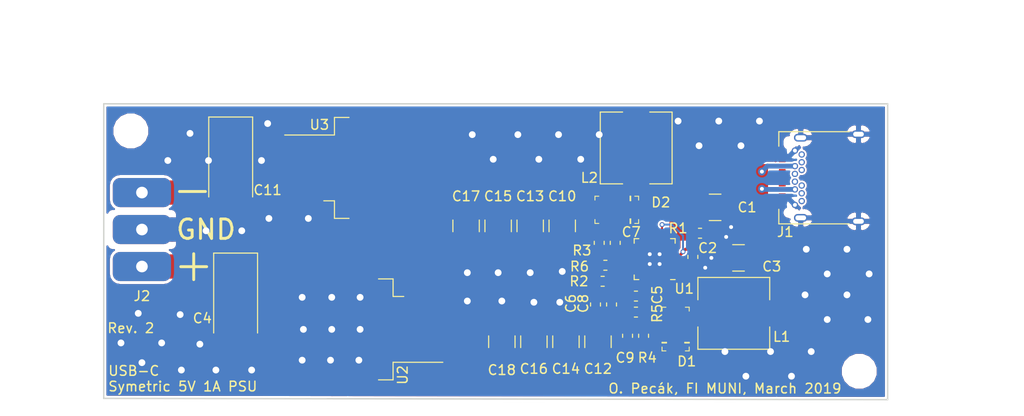
<source format=kicad_pcb>
(kicad_pcb (version 20171130) (host pcbnew "(5.0.0)")

  (general
    (thickness 1.6)
    (drawings 12)
    (tracks 172)
    (zones 0)
    (modules 35)
    (nets 35)
  )

  (page A4)
  (layers
    (0 F.Cu signal)
    (31 B.Cu signal)
    (32 B.Adhes user)
    (33 F.Adhes user)
    (34 B.Paste user hide)
    (35 F.Paste user hide)
    (36 B.SilkS user)
    (37 F.SilkS user)
    (38 B.Mask user)
    (39 F.Mask user)
    (40 Dwgs.User user)
    (41 Cmts.User user)
    (42 Eco1.User user)
    (43 Eco2.User user)
    (44 Edge.Cuts user)
    (45 Margin user)
    (46 B.CrtYd user)
    (47 F.CrtYd user hide)
    (48 B.Fab user)
    (49 F.Fab user)
  )

  (setup
    (last_trace_width 0.2)
    (user_trace_width 0.3)
    (user_trace_width 0.5)
    (user_trace_width 0.75)
    (user_trace_width 1)
    (user_trace_width 1.5)
    (user_trace_width 2)
    (user_trace_width 2.5)
    (user_trace_width 3)
    (trace_clearance 0.2)
    (zone_clearance 0.2)
    (zone_45_only no)
    (trace_min 0.2)
    (segment_width 0.2)
    (edge_width 0.15)
    (via_size 0.8)
    (via_drill 0.4)
    (via_min_size 0.4)
    (via_min_drill 0.3)
    (user_via 0.5 0.3)
    (user_via 2 0.7)
    (uvia_size 0.3)
    (uvia_drill 0.1)
    (uvias_allowed no)
    (uvia_min_size 0.2)
    (uvia_min_drill 0.1)
    (pcb_text_width 0.3)
    (pcb_text_size 1.5 1.5)
    (mod_edge_width 0.15)
    (mod_text_size 1 1)
    (mod_text_width 0.15)
    (pad_size 3 6)
    (pad_drill 1.19888)
    (pad_to_mask_clearance 0.2)
    (aux_axis_origin 0 0)
    (visible_elements 7FFFFFFF)
    (pcbplotparams
      (layerselection 0x010fc_ffffffff)
      (usegerberextensions false)
      (usegerberattributes false)
      (usegerberadvancedattributes false)
      (creategerberjobfile false)
      (excludeedgelayer true)
      (linewidth 0.100000)
      (plotframeref false)
      (viasonmask false)
      (mode 1)
      (useauxorigin false)
      (hpglpennumber 1)
      (hpglpenspeed 20)
      (hpglpendiameter 15.000000)
      (psnegative false)
      (psa4output false)
      (plotreference true)
      (plotvalue true)
      (plotinvisibletext false)
      (padsonsilk false)
      (subtractmaskfromsilk false)
      (outputformat 1)
      (mirror false)
      (drillshape 1)
      (scaleselection 1)
      (outputdirectory ""))
  )

  (net 0 "")
  (net 1 "Net-(C2-Pad1)")
  (net 2 VIN)
  (net 3 GND)
  (net 4 "Net-(C9-Pad2)")
  (net 5 VPOS)
  (net 6 VNEG)
  (net 7 "Net-(C7-Pad1)")
  (net 8 "Net-(C6-Pad1)")
  (net 9 -5V)
  (net 10 "Net-(D1-Pad2)")
  (net 11 "Net-(U1-Pad7)")
  (net 12 "Net-(U1-Pad12)")
  (net 13 "Net-(D2-Pad1)")
  (net 14 "Net-(C8-Pad1)")
  (net 15 "Net-(U1-Pad20)")
  (net 16 "Net-(C5-Pad1)")
  (net 17 +5V)
  (net 18 "Net-(J1-PadA2)")
  (net 19 "Net-(J1-PadA3)")
  (net 20 "Net-(J1-PadA5)")
  (net 21 "Net-(J1-PadA6)")
  (net 22 "Net-(J1-PadA7)")
  (net 23 "Net-(J1-PadA10)")
  (net 24 "Net-(J1-PadA8)")
  (net 25 "Net-(J1-PadA11)")
  (net 26 "Net-(J1-PadB6)")
  (net 27 "Net-(J1-PadB7)")
  (net 28 "Net-(J1-PadB2)")
  (net 29 "Net-(J1-PadB3)")
  (net 30 "Net-(J1-PadB5)")
  (net 31 "Net-(J1-PadB8)")
  (net 32 "Net-(J1-PadB10)")
  (net 33 "Net-(J1-PadB11)")
  (net 34 "Net-(R6-Pad2)")

  (net_class Default "This is the default net class."
    (clearance 0.2)
    (trace_width 0.2)
    (via_dia 0.8)
    (via_drill 0.4)
    (uvia_dia 0.3)
    (uvia_drill 0.1)
    (add_net +5V)
    (add_net -5V)
    (add_net GND)
    (add_net "Net-(C2-Pad1)")
    (add_net "Net-(C5-Pad1)")
    (add_net "Net-(C6-Pad1)")
    (add_net "Net-(C7-Pad1)")
    (add_net "Net-(C8-Pad1)")
    (add_net "Net-(C9-Pad2)")
    (add_net "Net-(D1-Pad2)")
    (add_net "Net-(D2-Pad1)")
    (add_net "Net-(J1-PadA10)")
    (add_net "Net-(J1-PadA11)")
    (add_net "Net-(J1-PadA2)")
    (add_net "Net-(J1-PadA3)")
    (add_net "Net-(J1-PadA5)")
    (add_net "Net-(J1-PadA6)")
    (add_net "Net-(J1-PadA7)")
    (add_net "Net-(J1-PadA8)")
    (add_net "Net-(J1-PadB10)")
    (add_net "Net-(J1-PadB11)")
    (add_net "Net-(J1-PadB2)")
    (add_net "Net-(J1-PadB3)")
    (add_net "Net-(J1-PadB5)")
    (add_net "Net-(J1-PadB6)")
    (add_net "Net-(J1-PadB7)")
    (add_net "Net-(J1-PadB8)")
    (add_net "Net-(R6-Pad2)")
    (add_net "Net-(U1-Pad12)")
    (add_net "Net-(U1-Pad20)")
    (add_net "Net-(U1-Pad7)")
    (add_net VIN)
    (add_net VNEG)
    (add_net VPOS)
  )

  (module MountingHole:MountingHole_3.2mm_M3_ISO14580 (layer F.Cu) (tedit 5C8A2DDC) (tstamp 5C8A3359)
    (at 78.105 87.249)
    (descr "Mounting Hole 3.2mm, no annular, M3, ISO14580")
    (tags "mounting hole 3.2mm no annular m3 iso14580")
    (attr virtual)
    (fp_text reference "" (at 0 -3.75) (layer F.SilkS)
      (effects (font (size 1 1) (thickness 0.15)))
    )
    (fp_text value MountingHole_3.2mm_M3_ISO14580 (at 0 -4.191) (layer F.Fab)
      (effects (font (size 1 1) (thickness 0.15)))
    )
    (fp_text user %R (at 0.3 0) (layer F.Fab)
      (effects (font (size 1 1) (thickness 0.15)))
    )
    (fp_circle (center 0 0) (end 2.75 0) (layer Cmts.User) (width 0.15))
    (fp_circle (center 0 0) (end 3 0) (layer F.CrtYd) (width 0.05))
    (pad 1 np_thru_hole circle (at 0 0) (size 3.2 3.2) (drill 3.2) (layers *.Cu *.Mask))
  )

  (module Capacitor_Tantalum_SMD:CP_EIA-7343-31_Kemet-D_Pad2.25x2.55mm_HandSolder (layer F.Cu) (tedit 5B301BBE) (tstamp 5CA2CD55)
    (at 88.392 90.399 270)
    (descr "Tantalum Capacitor SMD Kemet-D (7343-31 Metric), IPC_7351 nominal, (Body size from: http://www.kemet.com/Lists/ProductCatalog/Attachments/253/KEM_TC101_STD.pdf), generated with kicad-footprint-generator")
    (tags "capacitor tantalum")
    (path /5B85D083)
    (attr smd)
    (fp_text reference C11 (at 2.946 -3.81) (layer F.SilkS)
      (effects (font (size 1 1) (thickness 0.15)))
    )
    (fp_text value 47uF (at 0 3.1 270) (layer F.Fab)
      (effects (font (size 1 1) (thickness 0.15)))
    )
    (fp_text user %R (at 0 0 270) (layer F.Fab)
      (effects (font (size 1 1) (thickness 0.15)))
    )
    (fp_line (start 4.58 2.4) (end -4.58 2.4) (layer F.CrtYd) (width 0.05))
    (fp_line (start 4.58 -2.4) (end 4.58 2.4) (layer F.CrtYd) (width 0.05))
    (fp_line (start -4.58 -2.4) (end 4.58 -2.4) (layer F.CrtYd) (width 0.05))
    (fp_line (start -4.58 2.4) (end -4.58 -2.4) (layer F.CrtYd) (width 0.05))
    (fp_line (start -4.585 2.26) (end 3.65 2.26) (layer F.SilkS) (width 0.12))
    (fp_line (start -4.585 -2.26) (end -4.585 2.26) (layer F.SilkS) (width 0.12))
    (fp_line (start 3.65 -2.26) (end -4.585 -2.26) (layer F.SilkS) (width 0.12))
    (fp_line (start 3.65 2.15) (end 3.65 -2.15) (layer F.Fab) (width 0.1))
    (fp_line (start -3.65 2.15) (end 3.65 2.15) (layer F.Fab) (width 0.1))
    (fp_line (start -3.65 -1.15) (end -3.65 2.15) (layer F.Fab) (width 0.1))
    (fp_line (start -2.65 -2.15) (end -3.65 -1.15) (layer F.Fab) (width 0.1))
    (fp_line (start 3.65 -2.15) (end -2.65 -2.15) (layer F.Fab) (width 0.1))
    (pad 2 smd roundrect (at 3.2 0 270) (size 2.25 2.55) (layers F.Cu F.Paste F.Mask) (roundrect_rratio 0.111111)
      (net 9 -5V))
    (pad 1 smd roundrect (at -3.2 0 270) (size 2.25 2.55) (layers F.Cu F.Paste F.Mask) (roundrect_rratio 0.111111)
      (net 3 GND))
    (model ${KISYS3DMOD}/Capacitor_Tantalum_SMD.3dshapes/CP_EIA-7343-31_Kemet-D.wrl
      (at (xyz 0 0 0))
      (scale (xyz 1 1 1))
      (rotate (xyz 0 0 0))
    )
  )

  (module Capacitor_Tantalum_SMD:CP_EIA-7343-31_Kemet-D_Pad2.25x2.55mm_HandSolder (layer F.Cu) (tedit 5B301BBE) (tstamp 5CA2CD43)
    (at 88.9 104.419 270)
    (descr "Tantalum Capacitor SMD Kemet-D (7343-31 Metric), IPC_7351 nominal, (Body size from: http://www.kemet.com/Lists/ProductCatalog/Attachments/253/KEM_TC101_STD.pdf), generated with kicad-footprint-generator")
    (tags "capacitor tantalum")
    (path /5B85D1C7)
    (attr smd)
    (fp_text reference C4 (at 2.134 3.429) (layer F.SilkS)
      (effects (font (size 1 1) (thickness 0.15)))
    )
    (fp_text value 47uF (at 0 3.1 270) (layer F.Fab)
      (effects (font (size 1 1) (thickness 0.15)))
    )
    (fp_line (start 3.65 -2.15) (end -2.65 -2.15) (layer F.Fab) (width 0.1))
    (fp_line (start -2.65 -2.15) (end -3.65 -1.15) (layer F.Fab) (width 0.1))
    (fp_line (start -3.65 -1.15) (end -3.65 2.15) (layer F.Fab) (width 0.1))
    (fp_line (start -3.65 2.15) (end 3.65 2.15) (layer F.Fab) (width 0.1))
    (fp_line (start 3.65 2.15) (end 3.65 -2.15) (layer F.Fab) (width 0.1))
    (fp_line (start 3.65 -2.26) (end -4.585 -2.26) (layer F.SilkS) (width 0.12))
    (fp_line (start -4.585 -2.26) (end -4.585 2.26) (layer F.SilkS) (width 0.12))
    (fp_line (start -4.585 2.26) (end 3.65 2.26) (layer F.SilkS) (width 0.12))
    (fp_line (start -4.58 2.4) (end -4.58 -2.4) (layer F.CrtYd) (width 0.05))
    (fp_line (start -4.58 -2.4) (end 4.58 -2.4) (layer F.CrtYd) (width 0.05))
    (fp_line (start 4.58 -2.4) (end 4.58 2.4) (layer F.CrtYd) (width 0.05))
    (fp_line (start 4.58 2.4) (end -4.58 2.4) (layer F.CrtYd) (width 0.05))
    (fp_text user %R (at 0 0 270) (layer F.Fab)
      (effects (font (size 1 1) (thickness 0.15)))
    )
    (pad 1 smd roundrect (at -3.2 0 270) (size 2.25 2.55) (layers F.Cu F.Paste F.Mask) (roundrect_rratio 0.111111)
      (net 17 +5V))
    (pad 2 smd roundrect (at 3.2 0 270) (size 2.25 2.55) (layers F.Cu F.Paste F.Mask) (roundrect_rratio 0.111111)
      (net 3 GND))
    (model ${KISYS3DMOD}/Capacitor_Tantalum_SMD.3dshapes/CP_EIA-7343-31_Kemet-D.wrl
      (at (xyz 0 0 0))
      (scale (xyz 1 1 1))
      (rotate (xyz 0 0 0))
    )
  )

  (module Resistor_SMD:R_0603_1608Metric (layer F.Cu) (tedit 5B301BBD) (tstamp 5CA2CA8A)
    (at 127 101.092)
    (descr "Resistor SMD 0603 (1608 Metric), square (rectangular) end terminal, IPC_7351 nominal, (Body size source: http://www.tortai-tech.com/upload/download/2011102023233369053.pdf), generated with kicad-footprint-generator")
    (tags resistor)
    (path /5C8C415A)
    (attr smd)
    (fp_text reference R6 (at -2.667 0.127) (layer F.SilkS)
      (effects (font (size 1 1) (thickness 0.15)))
    )
    (fp_text value 100K (at 0 1.43) (layer F.Fab)
      (effects (font (size 1 1) (thickness 0.15)))
    )
    (fp_line (start -0.8 0.4) (end -0.8 -0.4) (layer F.Fab) (width 0.1))
    (fp_line (start -0.8 -0.4) (end 0.8 -0.4) (layer F.Fab) (width 0.1))
    (fp_line (start 0.8 -0.4) (end 0.8 0.4) (layer F.Fab) (width 0.1))
    (fp_line (start 0.8 0.4) (end -0.8 0.4) (layer F.Fab) (width 0.1))
    (fp_line (start -0.162779 -0.51) (end 0.162779 -0.51) (layer F.SilkS) (width 0.12))
    (fp_line (start -0.162779 0.51) (end 0.162779 0.51) (layer F.SilkS) (width 0.12))
    (fp_line (start -1.48 0.73) (end -1.48 -0.73) (layer F.CrtYd) (width 0.05))
    (fp_line (start -1.48 -0.73) (end 1.48 -0.73) (layer F.CrtYd) (width 0.05))
    (fp_line (start 1.48 -0.73) (end 1.48 0.73) (layer F.CrtYd) (width 0.05))
    (fp_line (start 1.48 0.73) (end -1.48 0.73) (layer F.CrtYd) (width 0.05))
    (fp_text user %R (at 0 -0.127) (layer F.Fab)
      (effects (font (size 0.4 0.4) (thickness 0.06)))
    )
    (pad 1 smd roundrect (at -0.7875 0) (size 0.875 0.95) (layers F.Cu F.Paste F.Mask) (roundrect_rratio 0.25)
      (net 7 "Net-(C7-Pad1)"))
    (pad 2 smd roundrect (at 0.7875 0) (size 0.875 0.95) (layers F.Cu F.Paste F.Mask) (roundrect_rratio 0.25)
      (net 34 "Net-(R6-Pad2)"))
    (model ${KISYS3DMOD}/Resistor_SMD.3dshapes/R_0603_1608Metric.wrl
      (at (xyz 0 0 0))
      (scale (xyz 1 1 1))
      (rotate (xyz 0 0 0))
    )
  )

  (module Capacitor_SMD:C_1210_3225Metric (layer F.Cu) (tedit 5B301BBE) (tstamp 5B8F18A9)
    (at 119.634 108.969 90)
    (descr "Capacitor SMD 1210 (3225 Metric), square (rectangular) end terminal, IPC_7351 nominal, (Body size source: http://www.tortai-tech.com/upload/download/2011102023233369053.pdf), generated with kicad-footprint-generator")
    (tags capacitor)
    (path /5B80BA22)
    (attr smd)
    (fp_text reference C16 (at -2.791 0 180) (layer F.SilkS)
      (effects (font (size 1 1) (thickness 0.15)))
    )
    (fp_text value 4.7uF (at 0 2.28 90) (layer F.Fab)
      (effects (font (size 1 1) (thickness 0.15)))
    )
    (fp_text user %R (at 0 0 90) (layer F.Fab)
      (effects (font (size 0.8 0.8) (thickness 0.12)))
    )
    (fp_line (start 2.28 1.58) (end -2.28 1.58) (layer F.CrtYd) (width 0.05))
    (fp_line (start 2.28 -1.58) (end 2.28 1.58) (layer F.CrtYd) (width 0.05))
    (fp_line (start -2.28 -1.58) (end 2.28 -1.58) (layer F.CrtYd) (width 0.05))
    (fp_line (start -2.28 1.58) (end -2.28 -1.58) (layer F.CrtYd) (width 0.05))
    (fp_line (start -0.602064 1.36) (end 0.602064 1.36) (layer F.SilkS) (width 0.12))
    (fp_line (start -0.602064 -1.36) (end 0.602064 -1.36) (layer F.SilkS) (width 0.12))
    (fp_line (start 1.6 1.25) (end -1.6 1.25) (layer F.Fab) (width 0.1))
    (fp_line (start 1.6 -1.25) (end 1.6 1.25) (layer F.Fab) (width 0.1))
    (fp_line (start -1.6 -1.25) (end 1.6 -1.25) (layer F.Fab) (width 0.1))
    (fp_line (start -1.6 1.25) (end -1.6 -1.25) (layer F.Fab) (width 0.1))
    (pad 2 smd roundrect (at 1.4 0 90) (size 1.25 2.65) (layers F.Cu F.Paste F.Mask) (roundrect_rratio 0.2)
      (net 3 GND))
    (pad 1 smd roundrect (at -1.4 0 90) (size 1.25 2.65) (layers F.Cu F.Paste F.Mask) (roundrect_rratio 0.2)
      (net 5 VPOS))
    (model ${KISYS3DMOD}/Capacitor_SMD.3dshapes/C_1210_3225Metric.wrl
      (at (xyz 0 0 0))
      (scale (xyz 1 1 1))
      (rotate (xyz 0 0 0))
    )
  )

  (module Capacitor_SMD:C_1210_3225Metric (layer F.Cu) (tedit 5B301BBE) (tstamp 5B8F18BA)
    (at 115.951 97.031 270)
    (descr "Capacitor SMD 1210 (3225 Metric), square (rectangular) end terminal, IPC_7351 nominal, (Body size source: http://www.tortai-tech.com/upload/download/2011102023233369053.pdf), generated with kicad-footprint-generator")
    (tags capacitor)
    (path /5B82C08B)
    (attr smd)
    (fp_text reference C15 (at -3.051 0) (layer F.SilkS)
      (effects (font (size 1 1) (thickness 0.15)))
    )
    (fp_text value 4.7uF (at 0 2.28 270) (layer F.Fab)
      (effects (font (size 1 1) (thickness 0.15)))
    )
    (fp_line (start -1.6 1.25) (end -1.6 -1.25) (layer F.Fab) (width 0.1))
    (fp_line (start -1.6 -1.25) (end 1.6 -1.25) (layer F.Fab) (width 0.1))
    (fp_line (start 1.6 -1.25) (end 1.6 1.25) (layer F.Fab) (width 0.1))
    (fp_line (start 1.6 1.25) (end -1.6 1.25) (layer F.Fab) (width 0.1))
    (fp_line (start -0.602064 -1.36) (end 0.602064 -1.36) (layer F.SilkS) (width 0.12))
    (fp_line (start -0.602064 1.36) (end 0.602064 1.36) (layer F.SilkS) (width 0.12))
    (fp_line (start -2.28 1.58) (end -2.28 -1.58) (layer F.CrtYd) (width 0.05))
    (fp_line (start -2.28 -1.58) (end 2.28 -1.58) (layer F.CrtYd) (width 0.05))
    (fp_line (start 2.28 -1.58) (end 2.28 1.58) (layer F.CrtYd) (width 0.05))
    (fp_line (start 2.28 1.58) (end -2.28 1.58) (layer F.CrtYd) (width 0.05))
    (fp_text user %R (at 0 0 270) (layer F.Fab)
      (effects (font (size 0.8 0.8) (thickness 0.12)))
    )
    (pad 1 smd roundrect (at -1.4 0 270) (size 1.25 2.65) (layers F.Cu F.Paste F.Mask) (roundrect_rratio 0.2)
      (net 6 VNEG))
    (pad 2 smd roundrect (at 1.4 0 270) (size 1.25 2.65) (layers F.Cu F.Paste F.Mask) (roundrect_rratio 0.2)
      (net 3 GND))
    (model ${KISYS3DMOD}/Capacitor_SMD.3dshapes/C_1210_3225Metric.wrl
      (at (xyz 0 0 0))
      (scale (xyz 1 1 1))
      (rotate (xyz 0 0 0))
    )
  )

  (module Capacitor_SMD:C_1210_3225Metric (layer F.Cu) (tedit 5B301BBE) (tstamp 5B8F18DC)
    (at 126.238 108.969 90)
    (descr "Capacitor SMD 1210 (3225 Metric), square (rectangular) end terminal, IPC_7351 nominal, (Body size source: http://www.tortai-tech.com/upload/download/2011102023233369053.pdf), generated with kicad-footprint-generator")
    (tags capacitor)
    (path /5B7E781E)
    (attr smd)
    (fp_text reference C12 (at -2.791 0 180) (layer F.SilkS)
      (effects (font (size 1 1) (thickness 0.15)))
    )
    (fp_text value 4.7uF (at 0 2.28 90) (layer F.Fab)
      (effects (font (size 1 1) (thickness 0.15)))
    )
    (fp_line (start -1.6 1.25) (end -1.6 -1.25) (layer F.Fab) (width 0.1))
    (fp_line (start -1.6 -1.25) (end 1.6 -1.25) (layer F.Fab) (width 0.1))
    (fp_line (start 1.6 -1.25) (end 1.6 1.25) (layer F.Fab) (width 0.1))
    (fp_line (start 1.6 1.25) (end -1.6 1.25) (layer F.Fab) (width 0.1))
    (fp_line (start -0.602064 -1.36) (end 0.602064 -1.36) (layer F.SilkS) (width 0.12))
    (fp_line (start -0.602064 1.36) (end 0.602064 1.36) (layer F.SilkS) (width 0.12))
    (fp_line (start -2.28 1.58) (end -2.28 -1.58) (layer F.CrtYd) (width 0.05))
    (fp_line (start -2.28 -1.58) (end 2.28 -1.58) (layer F.CrtYd) (width 0.05))
    (fp_line (start 2.28 -1.58) (end 2.28 1.58) (layer F.CrtYd) (width 0.05))
    (fp_line (start 2.28 1.58) (end -2.28 1.58) (layer F.CrtYd) (width 0.05))
    (fp_text user %R (at 0 0 90) (layer F.Fab)
      (effects (font (size 0.8 0.8) (thickness 0.12)))
    )
    (pad 1 smd roundrect (at -1.4 0 90) (size 1.25 2.65) (layers F.Cu F.Paste F.Mask) (roundrect_rratio 0.2)
      (net 5 VPOS))
    (pad 2 smd roundrect (at 1.4 0 90) (size 1.25 2.65) (layers F.Cu F.Paste F.Mask) (roundrect_rratio 0.2)
      (net 3 GND))
    (model ${KISYS3DMOD}/Capacitor_SMD.3dshapes/C_1210_3225Metric.wrl
      (at (xyz 0 0 0))
      (scale (xyz 1 1 1))
      (rotate (xyz 0 0 0))
    )
  )

  (module Resistor_SMD:R_0603_1608Metric (layer F.Cu) (tedit 5B301BBD) (tstamp 5B8F1765)
    (at 126.365 98.7805 90)
    (descr "Resistor SMD 0603 (1608 Metric), square (rectangular) end terminal, IPC_7351 nominal, (Body size source: http://www.tortai-tech.com/upload/download/2011102023233369053.pdf), generated with kicad-footprint-generator")
    (tags resistor)
    (path /5B7C9EE7)
    (attr smd)
    (fp_text reference R3 (at -0.7875 -1.778 180) (layer F.SilkS)
      (effects (font (size 1 1) (thickness 0.15)))
    )
    (fp_text value 665K (at 0 1.43 90) (layer F.Fab)
      (effects (font (size 1 1) (thickness 0.15)))
    )
    (fp_text user %R (at 0 0 90) (layer F.Fab)
      (effects (font (size 0.4 0.4) (thickness 0.06)))
    )
    (fp_line (start 1.48 0.73) (end -1.48 0.73) (layer F.CrtYd) (width 0.05))
    (fp_line (start 1.48 -0.73) (end 1.48 0.73) (layer F.CrtYd) (width 0.05))
    (fp_line (start -1.48 -0.73) (end 1.48 -0.73) (layer F.CrtYd) (width 0.05))
    (fp_line (start -1.48 0.73) (end -1.48 -0.73) (layer F.CrtYd) (width 0.05))
    (fp_line (start -0.162779 0.51) (end 0.162779 0.51) (layer F.SilkS) (width 0.12))
    (fp_line (start -0.162779 -0.51) (end 0.162779 -0.51) (layer F.SilkS) (width 0.12))
    (fp_line (start 0.8 0.4) (end -0.8 0.4) (layer F.Fab) (width 0.1))
    (fp_line (start 0.8 -0.4) (end 0.8 0.4) (layer F.Fab) (width 0.1))
    (fp_line (start -0.8 -0.4) (end 0.8 -0.4) (layer F.Fab) (width 0.1))
    (fp_line (start -0.8 0.4) (end -0.8 -0.4) (layer F.Fab) (width 0.1))
    (pad 2 smd roundrect (at 0.7875 0 90) (size 0.875 0.95) (layers F.Cu F.Paste F.Mask) (roundrect_rratio 0.25)
      (net 6 VNEG))
    (pad 1 smd roundrect (at -0.7875 0 90) (size 0.875 0.95) (layers F.Cu F.Paste F.Mask) (roundrect_rratio 0.25)
      (net 7 "Net-(C7-Pad1)"))
    (model ${KISYS3DMOD}/Resistor_SMD.3dshapes/R_0603_1608Metric.wrl
      (at (xyz 0 0 0))
      (scale (xyz 1 1 1))
      (rotate (xyz 0 0 0))
    )
  )

  (module Inductor_SMD:L_7.3x7.3_H3.5 (layer F.Cu) (tedit 5990349C) (tstamp 5B8F182A)
    (at 140.233 106.045 180)
    (descr "Choke, SMD, 7.3x7.3mm 3.5mm height")
    (tags "Choke SMD")
    (path /5B7CBADC)
    (attr smd)
    (fp_text reference L1 (at -4.928 -2.413) (layer F.SilkS)
      (effects (font (size 1 1) (thickness 0.15)))
    )
    (fp_text value 2.2uH (at 0 4.45 180) (layer F.Fab)
      (effects (font (size 1 1) (thickness 0.15)))
    )
    (fp_arc (start 0 0) (end -2.29 -2.29) (angle 90) (layer F.Fab) (width 0.1))
    (fp_arc (start 0 0) (end 2.29 2.29) (angle 90) (layer F.Fab) (width 0.1))
    (fp_line (start -3.65 -3.65) (end 3.65 -3.65) (layer F.Fab) (width 0.1))
    (fp_line (start 3.65 3.65) (end -3.65 3.65) (layer F.Fab) (width 0.1))
    (fp_line (start -3.65 -3.65) (end -3.65 -1.4) (layer F.Fab) (width 0.1))
    (fp_line (start -3.65 3.65) (end -3.65 1.4) (layer F.Fab) (width 0.1))
    (fp_line (start 3.65 -3.65) (end 3.65 -1.4) (layer F.Fab) (width 0.1))
    (fp_line (start 3.65 3.65) (end 3.65 1.4) (layer F.Fab) (width 0.1))
    (fp_line (start 4.2 -3.9) (end -4.2 -3.9) (layer F.CrtYd) (width 0.05))
    (fp_line (start 4.2 3.9) (end 4.2 -3.9) (layer F.CrtYd) (width 0.05))
    (fp_line (start -4.2 3.9) (end 4.2 3.9) (layer F.CrtYd) (width 0.05))
    (fp_line (start -4.2 -3.9) (end -4.2 3.9) (layer F.CrtYd) (width 0.05))
    (fp_line (start 3.7 -3.7) (end 3.7 -1.4) (layer F.SilkS) (width 0.12))
    (fp_line (start -3.7 -3.7) (end 3.7 -3.7) (layer F.SilkS) (width 0.12))
    (fp_line (start -3.7 -1.4) (end -3.7 -3.7) (layer F.SilkS) (width 0.12))
    (fp_line (start -3.7 3.7) (end -3.7 1.4) (layer F.SilkS) (width 0.12))
    (fp_line (start 3.7 3.7) (end -3.7 3.7) (layer F.SilkS) (width 0.12))
    (fp_line (start 3.7 1.4) (end 3.7 3.7) (layer F.SilkS) (width 0.12))
    (fp_text user %R (at -0.1 -0.01 180) (layer F.Fab)
      (effects (font (size 1 1) (thickness 0.15)))
    )
    (pad 2 smd rect (at 3.2 0 180) (size 1.5 2.2) (layers F.Cu F.Paste F.Mask)
      (net 10 "Net-(D1-Pad2)"))
    (pad 1 smd rect (at -3.2 0 180) (size 1.5 2.2) (layers F.Cu F.Paste F.Mask)
      (net 2 VIN))
    (model ${KISYS3DMOD}/Inductor_SMD.3dshapes/L_7.3x7.3_H3.5.wrl
      (at (xyz 0 0 0))
      (scale (xyz 1 1 1))
      (rotate (xyz 0 0 0))
    )
  )

  (module Package_DFN_QFN:QFN-24-1EP_4x4mm_P0.5mm_EP2.6x2.6mm (layer F.Cu) (tedit 5B82A454) (tstamp 5B8F17F8)
    (at 132.08 100.457 180)
    (descr "QFN, 24 Pin (http://ww1.microchip.com/downloads/en/PackagingSpec/00000049BQ.pdf (Page 278)), generated with kicad-footprint-generator ipc_dfn_qfn_generator.py")
    (tags "QFN DFN_QFN")
    (path /5B7C051A)
    (attr smd)
    (fp_text reference U1 (at -3.048 -3.048) (layer F.SilkS)
      (effects (font (size 1 1) (thickness 0.15)))
    )
    (fp_text value TPS6513x (at 0 3.3 180) (layer F.Fab)
      (effects (font (size 1 1) (thickness 0.15)))
    )
    (fp_line (start 1.635 -2.11) (end 2.11 -2.11) (layer F.SilkS) (width 0.12))
    (fp_line (start 2.11 -2.11) (end 2.11 -1.635) (layer F.SilkS) (width 0.12))
    (fp_line (start -1.635 2.11) (end -2.11 2.11) (layer F.SilkS) (width 0.12))
    (fp_line (start -2.11 2.11) (end -2.11 1.635) (layer F.SilkS) (width 0.12))
    (fp_line (start 1.635 2.11) (end 2.11 2.11) (layer F.SilkS) (width 0.12))
    (fp_line (start 2.11 2.11) (end 2.11 1.635) (layer F.SilkS) (width 0.12))
    (fp_line (start -1.635 -2.11) (end -2.11 -2.11) (layer F.SilkS) (width 0.12))
    (fp_line (start -1 -2) (end 2 -2) (layer F.Fab) (width 0.1))
    (fp_line (start 2 -2) (end 2 2) (layer F.Fab) (width 0.1))
    (fp_line (start 2 2) (end -2 2) (layer F.Fab) (width 0.1))
    (fp_line (start -2 2) (end -2 -1) (layer F.Fab) (width 0.1))
    (fp_line (start -2 -1) (end -1 -2) (layer F.Fab) (width 0.1))
    (fp_line (start -2.6 -2.6) (end -2.6 2.6) (layer F.CrtYd) (width 0.05))
    (fp_line (start -2.6 2.6) (end 2.6 2.6) (layer F.CrtYd) (width 0.05))
    (fp_line (start 2.6 2.6) (end 2.6 -2.6) (layer F.CrtYd) (width 0.05))
    (fp_line (start 2.6 -2.6) (end -2.6 -2.6) (layer F.CrtYd) (width 0.05))
    (fp_text user %R (at 0 0 180) (layer F.Fab)
      (effects (font (size 1 1) (thickness 0.15)))
    )
    (pad 25 smd roundrect (at 0 0 180) (size 2.6 2.6) (layers F.Cu F.Mask) (roundrect_rratio 0.096))
    (pad "" smd roundrect (at -0.65 -0.65 180) (size 1.05 1.05) (layers F.Paste) (roundrect_rratio 0.238095))
    (pad "" smd roundrect (at -0.65 0.65 180) (size 1.05 1.05) (layers F.Paste) (roundrect_rratio 0.238095))
    (pad "" smd roundrect (at 0.65 -0.65 180) (size 1.05 1.05) (layers F.Paste) (roundrect_rratio 0.238095))
    (pad "" smd roundrect (at 0.65 0.65 180) (size 1.05 1.05) (layers F.Paste) (roundrect_rratio 0.238095))
    (pad 1 smd roundrect (at -1.9375 -1.25 180) (size 0.825 0.25) (layers F.Cu F.Paste F.Mask) (roundrect_rratio 0.25)
      (net 10 "Net-(D1-Pad2)"))
    (pad 2 smd roundrect (at -1.9375 -0.75 180) (size 0.825 0.25) (layers F.Cu F.Paste F.Mask) (roundrect_rratio 0.25)
      (net 3 GND))
    (pad 3 smd roundrect (at -1.9375 -0.25 180) (size 0.825 0.25) (layers F.Cu F.Paste F.Mask) (roundrect_rratio 0.25)
      (net 3 GND))
    (pad 4 smd roundrect (at -1.9375 0.25 180) (size 0.825 0.25) (layers F.Cu F.Paste F.Mask) (roundrect_rratio 0.25)
      (net 1 "Net-(C2-Pad1)"))
    (pad 5 smd roundrect (at -1.9375 0.75 180) (size 0.825 0.25) (layers F.Cu F.Paste F.Mask) (roundrect_rratio 0.25)
      (net 2 VIN))
    (pad 6 smd roundrect (at -1.9375 1.25 180) (size 0.825 0.25) (layers F.Cu F.Paste F.Mask) (roundrect_rratio 0.25)
      (net 2 VIN))
    (pad 7 smd roundrect (at -1.25 1.9375 180) (size 0.25 0.825) (layers F.Cu F.Paste F.Mask) (roundrect_rratio 0.25)
      (net 11 "Net-(U1-Pad7)"))
    (pad 8 smd roundrect (at -0.75 1.9375 180) (size 0.25 0.825) (layers F.Cu F.Paste F.Mask) (roundrect_rratio 0.25)
      (net 1 "Net-(C2-Pad1)"))
    (pad 9 smd roundrect (at -0.25 1.9375 180) (size 0.25 0.825) (layers F.Cu F.Paste F.Mask) (roundrect_rratio 0.25)
      (net 1 "Net-(C2-Pad1)"))
    (pad 10 smd roundrect (at 0.25 1.9375 180) (size 0.25 0.825) (layers F.Cu F.Paste F.Mask) (roundrect_rratio 0.25)
      (net 1 "Net-(C2-Pad1)"))
    (pad 11 smd roundrect (at 0.75 1.9375 180) (size 0.25 0.825) (layers F.Cu F.Paste F.Mask) (roundrect_rratio 0.25)
      (net 1 "Net-(C2-Pad1)"))
    (pad 12 smd roundrect (at 1.25 1.9375 180) (size 0.25 0.825) (layers F.Cu F.Paste F.Mask) (roundrect_rratio 0.25)
      (net 12 "Net-(U1-Pad12)"))
    (pad 13 smd roundrect (at 1.9375 1.25 180) (size 0.825 0.25) (layers F.Cu F.Paste F.Mask) (roundrect_rratio 0.25)
      (net 13 "Net-(D2-Pad1)"))
    (pad 14 smd roundrect (at 1.9375 0.75 180) (size 0.825 0.25) (layers F.Cu F.Paste F.Mask) (roundrect_rratio 0.25)
      (net 13 "Net-(D2-Pad1)"))
    (pad 15 smd roundrect (at 1.9375 0.25 180) (size 0.825 0.25) (layers F.Cu F.Paste F.Mask) (roundrect_rratio 0.25)
      (net 6 VNEG))
    (pad 16 smd roundrect (at 1.9375 -0.25 180) (size 0.825 0.25) (layers F.Cu F.Paste F.Mask) (roundrect_rratio 0.25)
      (net 34 "Net-(R6-Pad2)"))
    (pad 17 smd roundrect (at 1.9375 -0.75 180) (size 0.825 0.25) (layers F.Cu F.Paste F.Mask) (roundrect_rratio 0.25)
      (net 8 "Net-(C6-Pad1)"))
    (pad 18 smd roundrect (at 1.9375 -1.25 180) (size 0.825 0.25) (layers F.Cu F.Paste F.Mask) (roundrect_rratio 0.25)
      (net 14 "Net-(C8-Pad1)"))
    (pad 19 smd roundrect (at 1.25 -1.9375 180) (size 0.25 0.825) (layers F.Cu F.Paste F.Mask) (roundrect_rratio 0.25)
      (net 3 GND))
    (pad 20 smd roundrect (at 0.75 -1.9375 180) (size 0.25 0.825) (layers F.Cu F.Paste F.Mask) (roundrect_rratio 0.25)
      (net 15 "Net-(U1-Pad20)"))
    (pad 21 smd roundrect (at 0.25 -1.9375 180) (size 0.25 0.825) (layers F.Cu F.Paste F.Mask) (roundrect_rratio 0.25)
      (net 16 "Net-(C5-Pad1)"))
    (pad 22 smd roundrect (at -0.25 -1.9375 180) (size 0.25 0.825) (layers F.Cu F.Paste F.Mask) (roundrect_rratio 0.25)
      (net 4 "Net-(C9-Pad2)"))
    (pad 23 smd roundrect (at -0.75 -1.9375 180) (size 0.25 0.825) (layers F.Cu F.Paste F.Mask) (roundrect_rratio 0.25)
      (net 5 VPOS))
    (pad 24 smd roundrect (at -1.25 -1.9375 180) (size 0.25 0.825) (layers F.Cu F.Paste F.Mask) (roundrect_rratio 0.25)
      (net 10 "Net-(D1-Pad2)"))
    (model ${KISYS3DMOD}/Package_DFN_QFN.3dshapes/QFN-24-1EP_4x4mm_P0.5mm_EP2.6x2.6mm.wrl
      (at (xyz 0 0 0))
      (scale (xyz 1 1 1))
      (rotate (xyz 0 0 0))
    )
  )

  (module Capacitor_SMD:C_1210_3225Metric (layer F.Cu) (tedit 5B301BBE) (tstamp 5B8F1898)
    (at 112.649 97.031 270)
    (descr "Capacitor SMD 1210 (3225 Metric), square (rectangular) end terminal, IPC_7351 nominal, (Body size source: http://www.tortai-tech.com/upload/download/2011102023233369053.pdf), generated with kicad-footprint-generator")
    (tags capacitor)
    (path /5B82C091)
    (attr smd)
    (fp_text reference C17 (at -3.051 0) (layer F.SilkS)
      (effects (font (size 1 1) (thickness 0.15)))
    )
    (fp_text value 4.7uF (at 0 2.28 270) (layer F.Fab)
      (effects (font (size 1 1) (thickness 0.15)))
    )
    (fp_line (start -1.6 1.25) (end -1.6 -1.25) (layer F.Fab) (width 0.1))
    (fp_line (start -1.6 -1.25) (end 1.6 -1.25) (layer F.Fab) (width 0.1))
    (fp_line (start 1.6 -1.25) (end 1.6 1.25) (layer F.Fab) (width 0.1))
    (fp_line (start 1.6 1.25) (end -1.6 1.25) (layer F.Fab) (width 0.1))
    (fp_line (start -0.602064 -1.36) (end 0.602064 -1.36) (layer F.SilkS) (width 0.12))
    (fp_line (start -0.602064 1.36) (end 0.602064 1.36) (layer F.SilkS) (width 0.12))
    (fp_line (start -2.28 1.58) (end -2.28 -1.58) (layer F.CrtYd) (width 0.05))
    (fp_line (start -2.28 -1.58) (end 2.28 -1.58) (layer F.CrtYd) (width 0.05))
    (fp_line (start 2.28 -1.58) (end 2.28 1.58) (layer F.CrtYd) (width 0.05))
    (fp_line (start 2.28 1.58) (end -2.28 1.58) (layer F.CrtYd) (width 0.05))
    (fp_text user %R (at 0 0 270) (layer F.Fab)
      (effects (font (size 0.8 0.8) (thickness 0.12)))
    )
    (pad 1 smd roundrect (at -1.4 0 270) (size 1.25 2.65) (layers F.Cu F.Paste F.Mask) (roundrect_rratio 0.2)
      (net 6 VNEG))
    (pad 2 smd roundrect (at 1.4 0 270) (size 1.25 2.65) (layers F.Cu F.Paste F.Mask) (roundrect_rratio 0.2)
      (net 3 GND))
    (model ${KISYS3DMOD}/Capacitor_SMD.3dshapes/C_1210_3225Metric.wrl
      (at (xyz 0 0 0))
      (scale (xyz 1 1 1))
      (rotate (xyz 0 0 0))
    )
  )

  (module Resistor_SMD:R_0603_1608Metric (layer F.Cu) (tedit 5B301BBD) (tstamp 5B8F1743)
    (at 130.1495 105.918 180)
    (descr "Resistor SMD 0603 (1608 Metric), square (rectangular) end terminal, IPC_7351 nominal, (Body size source: http://www.tortai-tech.com/upload/download/2011102023233369053.pdf), generated with kicad-footprint-generator")
    (tags resistor)
    (path /5B7D3165)
    (attr smd)
    (fp_text reference R5 (at -2.1845 -0.127 90) (layer F.SilkS)
      (effects (font (size 1 1) (thickness 0.15)))
    )
    (fp_text value 130K (at 0 1.43 180) (layer F.Fab)
      (effects (font (size 1 1) (thickness 0.15)))
    )
    (fp_text user %R (at 0 0 180) (layer F.Fab)
      (effects (font (size 0.4 0.4) (thickness 0.06)))
    )
    (fp_line (start 1.48 0.73) (end -1.48 0.73) (layer F.CrtYd) (width 0.05))
    (fp_line (start 1.48 -0.73) (end 1.48 0.73) (layer F.CrtYd) (width 0.05))
    (fp_line (start -1.48 -0.73) (end 1.48 -0.73) (layer F.CrtYd) (width 0.05))
    (fp_line (start -1.48 0.73) (end -1.48 -0.73) (layer F.CrtYd) (width 0.05))
    (fp_line (start -0.162779 0.51) (end 0.162779 0.51) (layer F.SilkS) (width 0.12))
    (fp_line (start -0.162779 -0.51) (end 0.162779 -0.51) (layer F.SilkS) (width 0.12))
    (fp_line (start 0.8 0.4) (end -0.8 0.4) (layer F.Fab) (width 0.1))
    (fp_line (start 0.8 -0.4) (end 0.8 0.4) (layer F.Fab) (width 0.1))
    (fp_line (start -0.8 -0.4) (end 0.8 -0.4) (layer F.Fab) (width 0.1))
    (fp_line (start -0.8 0.4) (end -0.8 -0.4) (layer F.Fab) (width 0.1))
    (pad 2 smd roundrect (at 0.7875 0 180) (size 0.875 0.95) (layers F.Cu F.Paste F.Mask) (roundrect_rratio 0.25)
      (net 3 GND))
    (pad 1 smd roundrect (at -0.7875 0 180) (size 0.875 0.95) (layers F.Cu F.Paste F.Mask) (roundrect_rratio 0.25)
      (net 4 "Net-(C9-Pad2)"))
    (model ${KISYS3DMOD}/Resistor_SMD.3dshapes/R_0603_1608Metric.wrl
      (at (xyz 0 0 0))
      (scale (xyz 1 1 1))
      (rotate (xyz 0 0 0))
    )
  )

  (module Resistor_SMD:R_0603_1608Metric (layer F.Cu) (tedit 5B301BBD) (tstamp 5B8F1776)
    (at 126.7205 102.743 180)
    (descr "Resistor SMD 0603 (1608 Metric), square (rectangular) end terminal, IPC_7351 nominal, (Body size source: http://www.tortai-tech.com/upload/download/2011102023233369053.pdf), generated with kicad-footprint-generator")
    (tags resistor)
    (path /5B7C9E75)
    (attr smd)
    (fp_text reference R2 (at 2.4385 0 180) (layer F.SilkS)
      (effects (font (size 1 1) (thickness 0.15)))
    )
    (fp_text value 130K (at 0 1.43 180) (layer F.Fab)
      (effects (font (size 1 1) (thickness 0.15)))
    )
    (fp_line (start -0.8 0.4) (end -0.8 -0.4) (layer F.Fab) (width 0.1))
    (fp_line (start -0.8 -0.4) (end 0.8 -0.4) (layer F.Fab) (width 0.1))
    (fp_line (start 0.8 -0.4) (end 0.8 0.4) (layer F.Fab) (width 0.1))
    (fp_line (start 0.8 0.4) (end -0.8 0.4) (layer F.Fab) (width 0.1))
    (fp_line (start -0.162779 -0.51) (end 0.162779 -0.51) (layer F.SilkS) (width 0.12))
    (fp_line (start -0.162779 0.51) (end 0.162779 0.51) (layer F.SilkS) (width 0.12))
    (fp_line (start -1.48 0.73) (end -1.48 -0.73) (layer F.CrtYd) (width 0.05))
    (fp_line (start -1.48 -0.73) (end 1.48 -0.73) (layer F.CrtYd) (width 0.05))
    (fp_line (start 1.48 -0.73) (end 1.48 0.73) (layer F.CrtYd) (width 0.05))
    (fp_line (start 1.48 0.73) (end -1.48 0.73) (layer F.CrtYd) (width 0.05))
    (fp_text user %R (at 0 0 180) (layer F.Fab)
      (effects (font (size 0.4 0.4) (thickness 0.06)))
    )
    (pad 1 smd roundrect (at -0.7875 0 180) (size 0.875 0.95) (layers F.Cu F.Paste F.Mask) (roundrect_rratio 0.25)
      (net 8 "Net-(C6-Pad1)"))
    (pad 2 smd roundrect (at 0.7875 0 180) (size 0.875 0.95) (layers F.Cu F.Paste F.Mask) (roundrect_rratio 0.25)
      (net 7 "Net-(C7-Pad1)"))
    (model ${KISYS3DMOD}/Resistor_SMD.3dshapes/R_0603_1608Metric.wrl
      (at (xyz 0 0 0))
      (scale (xyz 1 1 1))
      (rotate (xyz 0 0 0))
    )
  )

  (module Capacitor_SMD:C_1210_3225Metric (layer F.Cu) (tedit 5B301BBE) (tstamp 5B8F1887)
    (at 116.332 108.969 90)
    (descr "Capacitor SMD 1210 (3225 Metric), square (rectangular) end terminal, IPC_7351 nominal, (Body size source: http://www.tortai-tech.com/upload/download/2011102023233369053.pdf), generated with kicad-footprint-generator")
    (tags capacitor)
    (path /5B80BA72)
    (attr smd)
    (fp_text reference C18 (at -2.918 0 180) (layer F.SilkS)
      (effects (font (size 1 1) (thickness 0.15)))
    )
    (fp_text value 4.7uF (at 0 2.28 90) (layer F.Fab)
      (effects (font (size 1 1) (thickness 0.15)))
    )
    (fp_text user %R (at 0 0 90) (layer F.Fab)
      (effects (font (size 0.8 0.8) (thickness 0.12)))
    )
    (fp_line (start 2.28 1.58) (end -2.28 1.58) (layer F.CrtYd) (width 0.05))
    (fp_line (start 2.28 -1.58) (end 2.28 1.58) (layer F.CrtYd) (width 0.05))
    (fp_line (start -2.28 -1.58) (end 2.28 -1.58) (layer F.CrtYd) (width 0.05))
    (fp_line (start -2.28 1.58) (end -2.28 -1.58) (layer F.CrtYd) (width 0.05))
    (fp_line (start -0.602064 1.36) (end 0.602064 1.36) (layer F.SilkS) (width 0.12))
    (fp_line (start -0.602064 -1.36) (end 0.602064 -1.36) (layer F.SilkS) (width 0.12))
    (fp_line (start 1.6 1.25) (end -1.6 1.25) (layer F.Fab) (width 0.1))
    (fp_line (start 1.6 -1.25) (end 1.6 1.25) (layer F.Fab) (width 0.1))
    (fp_line (start -1.6 -1.25) (end 1.6 -1.25) (layer F.Fab) (width 0.1))
    (fp_line (start -1.6 1.25) (end -1.6 -1.25) (layer F.Fab) (width 0.1))
    (pad 2 smd roundrect (at 1.4 0 90) (size 1.25 2.65) (layers F.Cu F.Paste F.Mask) (roundrect_rratio 0.2)
      (net 3 GND))
    (pad 1 smd roundrect (at -1.4 0 90) (size 1.25 2.65) (layers F.Cu F.Paste F.Mask) (roundrect_rratio 0.2)
      (net 5 VPOS))
    (model ${KISYS3DMOD}/Capacitor_SMD.3dshapes/C_1210_3225Metric.wrl
      (at (xyz 0 0 0))
      (scale (xyz 1 1 1))
      (rotate (xyz 0 0 0))
    )
  )

  (module Resistor_SMD:R_0603_1608Metric (layer F.Cu) (tedit 5B301BBD) (tstamp 5B8F1754)
    (at 130.937 108.3565 90)
    (descr "Resistor SMD 0603 (1608 Metric), square (rectangular) end terminal, IPC_7351 nominal, (Body size source: http://www.tortai-tech.com/upload/download/2011102023233369053.pdf), generated with kicad-footprint-generator")
    (tags resistor)
    (path /5B7D30D8)
    (attr smd)
    (fp_text reference R4 (at -2.2605 0.381 180) (layer F.SilkS)
      (effects (font (size 1 1) (thickness 0.15)))
    )
    (fp_text value 536K (at 0 1.43 90) (layer F.Fab)
      (effects (font (size 1 1) (thickness 0.15)))
    )
    (fp_line (start -0.8 0.4) (end -0.8 -0.4) (layer F.Fab) (width 0.1))
    (fp_line (start -0.8 -0.4) (end 0.8 -0.4) (layer F.Fab) (width 0.1))
    (fp_line (start 0.8 -0.4) (end 0.8 0.4) (layer F.Fab) (width 0.1))
    (fp_line (start 0.8 0.4) (end -0.8 0.4) (layer F.Fab) (width 0.1))
    (fp_line (start -0.162779 -0.51) (end 0.162779 -0.51) (layer F.SilkS) (width 0.12))
    (fp_line (start -0.162779 0.51) (end 0.162779 0.51) (layer F.SilkS) (width 0.12))
    (fp_line (start -1.48 0.73) (end -1.48 -0.73) (layer F.CrtYd) (width 0.05))
    (fp_line (start -1.48 -0.73) (end 1.48 -0.73) (layer F.CrtYd) (width 0.05))
    (fp_line (start 1.48 -0.73) (end 1.48 0.73) (layer F.CrtYd) (width 0.05))
    (fp_line (start 1.48 0.73) (end -1.48 0.73) (layer F.CrtYd) (width 0.05))
    (fp_text user %R (at 0 0 90) (layer F.Fab)
      (effects (font (size 0.4 0.4) (thickness 0.06)))
    )
    (pad 1 smd roundrect (at -0.7875 0 90) (size 0.875 0.95) (layers F.Cu F.Paste F.Mask) (roundrect_rratio 0.25)
      (net 5 VPOS))
    (pad 2 smd roundrect (at 0.7875 0 90) (size 0.875 0.95) (layers F.Cu F.Paste F.Mask) (roundrect_rratio 0.25)
      (net 4 "Net-(C9-Pad2)"))
    (model ${KISYS3DMOD}/Resistor_SMD.3dshapes/R_0603_1608Metric.wrl
      (at (xyz 0 0 0))
      (scale (xyz 1 1 1))
      (rotate (xyz 0 0 0))
    )
  )

  (module Inductor_SMD:L_7.3x7.3_H3.5 (layer F.Cu) (tedit 5990349C) (tstamp 5B8F1811)
    (at 130.175 89.002 90)
    (descr "Choke, SMD, 7.3x7.3mm 3.5mm height")
    (tags "Choke SMD")
    (path /5B7EA136)
    (attr smd)
    (fp_text reference L2 (at -3.073 -4.826 180) (layer F.SilkS)
      (effects (font (size 1 1) (thickness 0.15)))
    )
    (fp_text value 3.3uH (at 0 4.45 90) (layer F.Fab)
      (effects (font (size 1 1) (thickness 0.15)))
    )
    (fp_text user %R (at 0 -0.025001 90) (layer F.Fab)
      (effects (font (size 1 1) (thickness 0.15)))
    )
    (fp_line (start 3.7 1.4) (end 3.7 3.7) (layer F.SilkS) (width 0.12))
    (fp_line (start 3.7 3.7) (end -3.7 3.7) (layer F.SilkS) (width 0.12))
    (fp_line (start -3.7 3.7) (end -3.7 1.4) (layer F.SilkS) (width 0.12))
    (fp_line (start -3.7 -1.4) (end -3.7 -3.7) (layer F.SilkS) (width 0.12))
    (fp_line (start -3.7 -3.7) (end 3.7 -3.7) (layer F.SilkS) (width 0.12))
    (fp_line (start 3.7 -3.7) (end 3.7 -1.4) (layer F.SilkS) (width 0.12))
    (fp_line (start -4.2 -3.9) (end -4.2 3.9) (layer F.CrtYd) (width 0.05))
    (fp_line (start -4.2 3.9) (end 4.2 3.9) (layer F.CrtYd) (width 0.05))
    (fp_line (start 4.2 3.9) (end 4.2 -3.9) (layer F.CrtYd) (width 0.05))
    (fp_line (start 4.2 -3.9) (end -4.2 -3.9) (layer F.CrtYd) (width 0.05))
    (fp_line (start 3.65 3.65) (end 3.65 1.4) (layer F.Fab) (width 0.1))
    (fp_line (start 3.65 -3.65) (end 3.65 -1.4) (layer F.Fab) (width 0.1))
    (fp_line (start -3.65 3.65) (end -3.65 1.4) (layer F.Fab) (width 0.1))
    (fp_line (start -3.65 -3.65) (end -3.65 -1.4) (layer F.Fab) (width 0.1))
    (fp_line (start 3.65 3.65) (end -3.65 3.65) (layer F.Fab) (width 0.1))
    (fp_line (start -3.65 -3.65) (end 3.65 -3.65) (layer F.Fab) (width 0.1))
    (fp_arc (start 0 0) (end 2.29 2.29) (angle 90) (layer F.Fab) (width 0.1))
    (fp_arc (start 0 0) (end -2.29 -2.29) (angle 90) (layer F.Fab) (width 0.1))
    (pad 1 smd rect (at -3.2 0 90) (size 1.5 2.2) (layers F.Cu F.Paste F.Mask)
      (net 13 "Net-(D2-Pad1)"))
    (pad 2 smd rect (at 3.2 0 90) (size 1.5 2.2) (layers F.Cu F.Paste F.Mask)
      (net 3 GND))
    (model ${KISYS3DMOD}/Inductor_SMD.3dshapes/L_7.3x7.3_H3.5.wrl
      (at (xyz 0 0 0))
      (scale (xyz 1 1 1))
      (rotate (xyz 0 0 0))
    )
  )

  (module Capacitor_SMD:C_1210_3225Metric (layer F.Cu) (tedit 5B301BBE) (tstamp 5B8F18CB)
    (at 122.936 108.969 90)
    (descr "Capacitor SMD 1210 (3225 Metric), square (rectangular) end terminal, IPC_7351 nominal, (Body size source: http://www.tortai-tech.com/upload/download/2011102023233369053.pdf), generated with kicad-footprint-generator")
    (tags capacitor)
    (path /5B80B9D4)
    (attr smd)
    (fp_text reference C14 (at -2.791 0 180) (layer F.SilkS)
      (effects (font (size 1 1) (thickness 0.15)))
    )
    (fp_text value 4.7uF (at 0 2.28 90) (layer F.Fab)
      (effects (font (size 1 1) (thickness 0.15)))
    )
    (fp_text user %R (at 0 0 90) (layer F.Fab)
      (effects (font (size 0.8 0.8) (thickness 0.12)))
    )
    (fp_line (start 2.28 1.58) (end -2.28 1.58) (layer F.CrtYd) (width 0.05))
    (fp_line (start 2.28 -1.58) (end 2.28 1.58) (layer F.CrtYd) (width 0.05))
    (fp_line (start -2.28 -1.58) (end 2.28 -1.58) (layer F.CrtYd) (width 0.05))
    (fp_line (start -2.28 1.58) (end -2.28 -1.58) (layer F.CrtYd) (width 0.05))
    (fp_line (start -0.602064 1.36) (end 0.602064 1.36) (layer F.SilkS) (width 0.12))
    (fp_line (start -0.602064 -1.36) (end 0.602064 -1.36) (layer F.SilkS) (width 0.12))
    (fp_line (start 1.6 1.25) (end -1.6 1.25) (layer F.Fab) (width 0.1))
    (fp_line (start 1.6 -1.25) (end 1.6 1.25) (layer F.Fab) (width 0.1))
    (fp_line (start -1.6 -1.25) (end 1.6 -1.25) (layer F.Fab) (width 0.1))
    (fp_line (start -1.6 1.25) (end -1.6 -1.25) (layer F.Fab) (width 0.1))
    (pad 2 smd roundrect (at 1.4 0 90) (size 1.25 2.65) (layers F.Cu F.Paste F.Mask) (roundrect_rratio 0.2)
      (net 3 GND))
    (pad 1 smd roundrect (at -1.4 0 90) (size 1.25 2.65) (layers F.Cu F.Paste F.Mask) (roundrect_rratio 0.2)
      (net 5 VPOS))
    (model ${KISYS3DMOD}/Capacitor_SMD.3dshapes/C_1210_3225Metric.wrl
      (at (xyz 0 0 0))
      (scale (xyz 1 1 1))
      (rotate (xyz 0 0 0))
    )
  )

  (module Connector_USB:USB_C_Receptacle_Amphenol_12401548E4-2A (layer F.Cu) (tedit 5A142044) (tstamp 5B8F1865)
    (at 150.241 92.075 90)
    (descr "USB TYPE C, RA RCPT PCB, Hybrid, https://www.amphenolcanada.com/StockAvailabilityPrice.aspx?From=&PartNum=12401548E4%7e2A")
    (tags "USB C Type-C Receptacle Hybrid")
    (path /5B8108A3)
    (attr smd)
    (fp_text reference J1 (at -5.588 -4.699 180) (layer F.SilkS)
      (effects (font (size 1 1) (thickness 0.15)))
    )
    (fp_text value USB_C_Receptacle (at 0 6.14 90) (layer F.Fab)
      (effects (font (size 1 1) (thickness 0.15)))
    )
    (fp_text user %R (at 0 0 90) (layer F.Fab)
      (effects (font (size 1 1) (thickness 0.1)))
    )
    (fp_line (start -5.39 5.73) (end -5.39 -5.87) (layer F.CrtYd) (width 0.05))
    (fp_line (start 5.39 5.73) (end -5.39 5.73) (layer F.CrtYd) (width 0.05))
    (fp_line (start 5.39 -5.87) (end 5.39 5.73) (layer F.CrtYd) (width 0.05))
    (fp_line (start -5.39 -5.87) (end 5.39 -5.87) (layer F.CrtYd) (width 0.05))
    (fp_line (start 4.6 5.23) (end 4.6 -5.22) (layer F.Fab) (width 0.1))
    (fp_line (start -4.6 5.23) (end 4.6 5.23) (layer F.Fab) (width 0.1))
    (fp_line (start 3.25 -5.37) (end 4.75 -5.37) (layer F.SilkS) (width 0.12))
    (fp_line (start 4.75 -5.37) (end 4.75 1.89) (layer F.SilkS) (width 0.12))
    (fp_line (start -4.75 -5.37) (end -4.75 1.89) (layer F.SilkS) (width 0.12))
    (fp_line (start -4.75 -5.37) (end -3.25 -5.37) (layer F.SilkS) (width 0.12))
    (fp_line (start -4.6 -5.22) (end 4.6 -5.22) (layer F.Fab) (width 0.1))
    (fp_line (start -4.6 5.23) (end -4.6 -5.22) (layer F.Fab) (width 0.1))
    (pad S1 thru_hole oval (at -4.13 -3.11 90) (size 0.8 1.4) (drill oval 0.5 1.1) (layers *.Cu *.Mask)
      (net 3 GND))
    (pad A1 smd rect (at -2.75 -5.02 90) (size 0.3 0.7) (layers F.Cu F.Paste F.Mask)
      (net 3 GND))
    (pad A2 smd rect (at -2.25 -5.02 90) (size 0.3 0.7) (layers F.Cu F.Paste F.Mask)
      (net 18 "Net-(J1-PadA2)"))
    (pad A3 smd rect (at -1.75 -5.02 90) (size 0.3 0.7) (layers F.Cu F.Paste F.Mask)
      (net 19 "Net-(J1-PadA3)"))
    (pad A4 smd rect (at -1.25 -5.02 90) (size 0.3 0.7) (layers F.Cu F.Paste F.Mask)
      (net 2 VIN))
    (pad A5 smd rect (at -0.75 -5.02 90) (size 0.3 0.7) (layers F.Cu F.Paste F.Mask)
      (net 20 "Net-(J1-PadA5)"))
    (pad A6 smd rect (at -0.25 -5.02 90) (size 0.3 0.7) (layers F.Cu F.Paste F.Mask)
      (net 21 "Net-(J1-PadA6)"))
    (pad A7 smd rect (at 0.25 -5.02 90) (size 0.3 0.7) (layers F.Cu F.Paste F.Mask)
      (net 22 "Net-(J1-PadA7)"))
    (pad A12 smd rect (at 2.75 -5.02 90) (size 0.3 0.7) (layers F.Cu F.Paste F.Mask)
      (net 3 GND))
    (pad A10 smd rect (at 1.75 -5.02 90) (size 0.3 0.7) (layers F.Cu F.Paste F.Mask)
      (net 23 "Net-(J1-PadA10)"))
    (pad A9 smd rect (at 1.25 -5.02 90) (size 0.3 0.7) (layers F.Cu F.Paste F.Mask)
      (net 2 VIN))
    (pad A8 smd rect (at 0.75 -5.02 90) (size 0.3 0.7) (layers F.Cu F.Paste F.Mask)
      (net 24 "Net-(J1-PadA8)"))
    (pad A11 smd rect (at 2.25 -5.02 90) (size 0.3 0.7) (layers F.Cu F.Paste F.Mask)
      (net 25 "Net-(J1-PadA11)"))
    (pad S1 thru_hole oval (at 4.13 -3.11 90) (size 0.8 1.4) (drill oval 0.5 1.1) (layers *.Cu *.Mask)
      (net 3 GND))
    (pad S1 thru_hole oval (at 4.49 2.84 90) (size 0.8 1.4) (drill oval 0.5 1.1) (layers *.Cu *.Mask)
      (net 3 GND))
    (pad S1 thru_hole oval (at -4.49 2.84 90) (size 0.8 1.4) (drill oval 0.5 1.1) (layers *.Cu *.Mask)
      (net 3 GND))
    (pad "" np_thru_hole oval (at 3.6 -4.36 90) (size 0.95 0.65) (drill oval 0.95 0.65) (layers *.Cu *.Mask))
    (pad "" np_thru_hole circle (at -3.6 -4.36 90) (size 0.65 0.65) (drill 0.65) (layers *.Cu *.Mask))
    (pad B1 thru_hole circle (at 2.8 -3.71 90) (size 0.65 0.65) (drill 0.4) (layers *.Cu *.Mask)
      (net 3 GND))
    (pad B4 thru_hole circle (at 1.2 -3.71 90) (size 0.65 0.65) (drill 0.4) (layers *.Cu *.Mask)
      (net 2 VIN))
    (pad B6 thru_hole circle (at 0.4 -3.71 90) (size 0.65 0.65) (drill 0.4) (layers *.Cu *.Mask)
      (net 26 "Net-(J1-PadB6)"))
    (pad B7 thru_hole circle (at -0.4 -3.71 90) (size 0.65 0.65) (drill 0.4) (layers *.Cu *.Mask)
      (net 27 "Net-(J1-PadB7)"))
    (pad B9 thru_hole circle (at -1.2 -3.71 90) (size 0.65 0.65) (drill 0.4) (layers *.Cu *.Mask)
      (net 2 VIN))
    (pad B12 thru_hole circle (at -2.8 -3.71 90) (size 0.65 0.65) (drill 0.4) (layers *.Cu *.Mask)
      (net 3 GND))
    (pad B2 thru_hole circle (at 2.4 -3.01 90) (size 0.65 0.65) (drill 0.4) (layers *.Cu *.Mask)
      (net 28 "Net-(J1-PadB2)"))
    (pad B3 thru_hole circle (at 1.6 -3.01 90) (size 0.65 0.65) (drill 0.4) (layers *.Cu *.Mask)
      (net 29 "Net-(J1-PadB3)"))
    (pad B5 thru_hole circle (at 0.8 -3.01 90) (size 0.65 0.65) (drill 0.4) (layers *.Cu *.Mask)
      (net 30 "Net-(J1-PadB5)"))
    (pad B8 thru_hole circle (at -0.8 -3.01 90) (size 0.65 0.65) (drill 0.4) (layers *.Cu *.Mask)
      (net 31 "Net-(J1-PadB8)"))
    (pad B10 thru_hole circle (at -1.6 -3.01 90) (size 0.65 0.65) (drill 0.4) (layers *.Cu *.Mask)
      (net 32 "Net-(J1-PadB10)"))
    (pad B11 thru_hole circle (at -2.4 -3.01 90) (size 0.65 0.65) (drill 0.4) (layers *.Cu *.Mask)
      (net 33 "Net-(J1-PadB11)"))
    (model ${KISYS3DMOD}/Connector_USB.3dshapes/USB_C_Receptacle_Amphenol_12401548E4-2A.wrl
      (at (xyz 0 0 0))
      (scale (xyz 1 1 1))
      (rotate (xyz 0 0 0))
    )
  )

  (module Capacitor_SMD:C_1210_3225Metric (layer F.Cu) (tedit 5B301BBE) (tstamp 5B8F1876)
    (at 119.253 97.031 270)
    (descr "Capacitor SMD 1210 (3225 Metric), square (rectangular) end terminal, IPC_7351 nominal, (Body size source: http://www.tortai-tech.com/upload/download/2011102023233369053.pdf), generated with kicad-footprint-generator")
    (tags capacitor)
    (path /5B82C085)
    (attr smd)
    (fp_text reference C13 (at -3.051 0) (layer F.SilkS)
      (effects (font (size 1 1) (thickness 0.15)))
    )
    (fp_text value 4.7uF (at 0 2.28 270) (layer F.Fab)
      (effects (font (size 1 1) (thickness 0.15)))
    )
    (fp_line (start -1.6 1.25) (end -1.6 -1.25) (layer F.Fab) (width 0.1))
    (fp_line (start -1.6 -1.25) (end 1.6 -1.25) (layer F.Fab) (width 0.1))
    (fp_line (start 1.6 -1.25) (end 1.6 1.25) (layer F.Fab) (width 0.1))
    (fp_line (start 1.6 1.25) (end -1.6 1.25) (layer F.Fab) (width 0.1))
    (fp_line (start -0.602064 -1.36) (end 0.602064 -1.36) (layer F.SilkS) (width 0.12))
    (fp_line (start -0.602064 1.36) (end 0.602064 1.36) (layer F.SilkS) (width 0.12))
    (fp_line (start -2.28 1.58) (end -2.28 -1.58) (layer F.CrtYd) (width 0.05))
    (fp_line (start -2.28 -1.58) (end 2.28 -1.58) (layer F.CrtYd) (width 0.05))
    (fp_line (start 2.28 -1.58) (end 2.28 1.58) (layer F.CrtYd) (width 0.05))
    (fp_line (start 2.28 1.58) (end -2.28 1.58) (layer F.CrtYd) (width 0.05))
    (fp_text user %R (at 0 0 270) (layer F.Fab)
      (effects (font (size 0.8 0.8) (thickness 0.12)))
    )
    (pad 1 smd roundrect (at -1.4 0 270) (size 1.25 2.65) (layers F.Cu F.Paste F.Mask) (roundrect_rratio 0.2)
      (net 6 VNEG))
    (pad 2 smd roundrect (at 1.4 0 270) (size 1.25 2.65) (layers F.Cu F.Paste F.Mask) (roundrect_rratio 0.2)
      (net 3 GND))
    (model ${KISYS3DMOD}/Capacitor_SMD.3dshapes/C_1210_3225Metric.wrl
      (at (xyz 0 0 0))
      (scale (xyz 1 1 1))
      (rotate (xyz 0 0 0))
    )
  )

  (module Resistor_SMD:R_0603_1608Metric (layer F.Cu) (tedit 5B301BBD) (tstamp 5B8F1732)
    (at 136.7535 97.79 180)
    (descr "Resistor SMD 0603 (1608 Metric), square (rectangular) end terminal, IPC_7351 nominal, (Body size source: http://www.tortai-tech.com/upload/download/2011102023233369053.pdf), generated with kicad-footprint-generator")
    (tags resistor)
    (path /5B7CB6E6)
    (attr smd)
    (fp_text reference R1 (at 2.2605 0.508) (layer F.SilkS)
      (effects (font (size 1 1) (thickness 0.15)))
    )
    (fp_text value 100R (at 0 1.43 180) (layer F.Fab)
      (effects (font (size 1 1) (thickness 0.15)))
    )
    (fp_line (start -0.8 0.4) (end -0.8 -0.4) (layer F.Fab) (width 0.1))
    (fp_line (start -0.8 -0.4) (end 0.8 -0.4) (layer F.Fab) (width 0.1))
    (fp_line (start 0.8 -0.4) (end 0.8 0.4) (layer F.Fab) (width 0.1))
    (fp_line (start 0.8 0.4) (end -0.8 0.4) (layer F.Fab) (width 0.1))
    (fp_line (start -0.162779 -0.51) (end 0.162779 -0.51) (layer F.SilkS) (width 0.12))
    (fp_line (start -0.162779 0.51) (end 0.162779 0.51) (layer F.SilkS) (width 0.12))
    (fp_line (start -1.48 0.73) (end -1.48 -0.73) (layer F.CrtYd) (width 0.05))
    (fp_line (start -1.48 -0.73) (end 1.48 -0.73) (layer F.CrtYd) (width 0.05))
    (fp_line (start 1.48 -0.73) (end 1.48 0.73) (layer F.CrtYd) (width 0.05))
    (fp_line (start 1.48 0.73) (end -1.48 0.73) (layer F.CrtYd) (width 0.05))
    (fp_text user %R (at 0 0 180) (layer F.Fab)
      (effects (font (size 0.4 0.4) (thickness 0.06)))
    )
    (pad 1 smd roundrect (at -0.7875 0 180) (size 0.875 0.95) (layers F.Cu F.Paste F.Mask) (roundrect_rratio 0.25)
      (net 1 "Net-(C2-Pad1)"))
    (pad 2 smd roundrect (at 0.7875 0 180) (size 0.875 0.95) (layers F.Cu F.Paste F.Mask) (roundrect_rratio 0.25)
      (net 2 VIN))
    (model ${KISYS3DMOD}/Resistor_SMD.3dshapes/R_0603_1608Metric.wrl
      (at (xyz 0 0 0))
      (scale (xyz 1 1 1))
      (rotate (xyz 0 0 0))
    )
  )

  (module Capacitor_SMD:C_1210_3225Metric (layer F.Cu) (tedit 5B301BBE) (tstamp 5B8F18FE)
    (at 140.719 100.33 180)
    (descr "Capacitor SMD 1210 (3225 Metric), square (rectangular) end terminal, IPC_7351 nominal, (Body size source: http://www.tortai-tech.com/upload/download/2011102023233369053.pdf), generated with kicad-footprint-generator")
    (tags capacitor)
    (path /5B7CBBAA)
    (attr smd)
    (fp_text reference C3 (at -3.426 -0.889) (layer F.SilkS)
      (effects (font (size 1 1) (thickness 0.15)))
    )
    (fp_text value 4.7uF (at 0 2.28 180) (layer F.Fab)
      (effects (font (size 1 1) (thickness 0.15)))
    )
    (fp_line (start -1.6 1.25) (end -1.6 -1.25) (layer F.Fab) (width 0.1))
    (fp_line (start -1.6 -1.25) (end 1.6 -1.25) (layer F.Fab) (width 0.1))
    (fp_line (start 1.6 -1.25) (end 1.6 1.25) (layer F.Fab) (width 0.1))
    (fp_line (start 1.6 1.25) (end -1.6 1.25) (layer F.Fab) (width 0.1))
    (fp_line (start -0.602064 -1.36) (end 0.602064 -1.36) (layer F.SilkS) (width 0.12))
    (fp_line (start -0.602064 1.36) (end 0.602064 1.36) (layer F.SilkS) (width 0.12))
    (fp_line (start -2.28 1.58) (end -2.28 -1.58) (layer F.CrtYd) (width 0.05))
    (fp_line (start -2.28 -1.58) (end 2.28 -1.58) (layer F.CrtYd) (width 0.05))
    (fp_line (start 2.28 -1.58) (end 2.28 1.58) (layer F.CrtYd) (width 0.05))
    (fp_line (start 2.28 1.58) (end -2.28 1.58) (layer F.CrtYd) (width 0.05))
    (fp_text user %R (at 0 0 180) (layer F.Fab)
      (effects (font (size 0.8 0.8) (thickness 0.12)))
    )
    (pad 1 smd roundrect (at -1.4 0 180) (size 1.25 2.65) (layers F.Cu F.Paste F.Mask) (roundrect_rratio 0.2)
      (net 2 VIN))
    (pad 2 smd roundrect (at 1.4 0 180) (size 1.25 2.65) (layers F.Cu F.Paste F.Mask) (roundrect_rratio 0.2)
      (net 3 GND))
    (model ${KISYS3DMOD}/Capacitor_SMD.3dshapes/C_1210_3225Metric.wrl
      (at (xyz 0 0 0))
      (scale (xyz 1 1 1))
      (rotate (xyz 0 0 0))
    )
  )

  (module Capacitor_SMD:C_0603_1608Metric (layer F.Cu) (tedit 5B301BBE) (tstamp 5B8F1942)
    (at 127.635 105.1305 270)
    (descr "Capacitor SMD 0603 (1608 Metric), square (rectangular) end terminal, IPC_7351 nominal, (Body size source: http://www.tortai-tech.com/upload/download/2011102023233369053.pdf), generated with kicad-footprint-generator")
    (tags capacitor)
    (path /5B7EA475)
    (attr smd)
    (fp_text reference C8 (at -0.1015 2.921 90) (layer F.SilkS)
      (effects (font (size 1 1) (thickness 0.15)))
    )
    (fp_text value 4.7nF (at 0 1.43 270) (layer F.Fab)
      (effects (font (size 1 1) (thickness 0.15)))
    )
    (fp_line (start -0.8 0.4) (end -0.8 -0.4) (layer F.Fab) (width 0.1))
    (fp_line (start -0.8 -0.4) (end 0.8 -0.4) (layer F.Fab) (width 0.1))
    (fp_line (start 0.8 -0.4) (end 0.8 0.4) (layer F.Fab) (width 0.1))
    (fp_line (start 0.8 0.4) (end -0.8 0.4) (layer F.Fab) (width 0.1))
    (fp_line (start -0.162779 -0.51) (end 0.162779 -0.51) (layer F.SilkS) (width 0.12))
    (fp_line (start -0.162779 0.51) (end 0.162779 0.51) (layer F.SilkS) (width 0.12))
    (fp_line (start -1.48 0.73) (end -1.48 -0.73) (layer F.CrtYd) (width 0.05))
    (fp_line (start -1.48 -0.73) (end 1.48 -0.73) (layer F.CrtYd) (width 0.05))
    (fp_line (start 1.48 -0.73) (end 1.48 0.73) (layer F.CrtYd) (width 0.05))
    (fp_line (start 1.48 0.73) (end -1.48 0.73) (layer F.CrtYd) (width 0.05))
    (fp_text user %R (at 0 0 270) (layer F.Fab)
      (effects (font (size 0.4 0.4) (thickness 0.06)))
    )
    (pad 1 smd roundrect (at -0.7875 0 270) (size 0.875 0.95) (layers F.Cu F.Paste F.Mask) (roundrect_rratio 0.25)
      (net 14 "Net-(C8-Pad1)"))
    (pad 2 smd roundrect (at 0.7875 0 270) (size 0.875 0.95) (layers F.Cu F.Paste F.Mask) (roundrect_rratio 0.25)
      (net 3 GND))
    (model ${KISYS3DMOD}/Capacitor_SMD.3dshapes/C_0603_1608Metric.wrl
      (at (xyz 0 0 0))
      (scale (xyz 1 1 1))
      (rotate (xyz 0 0 0))
    )
  )

  (module Capacitor_SMD:C_1210_3225Metric (layer F.Cu) (tedit 5B301BBE) (tstamp 5B8F190F)
    (at 138.306 95.123)
    (descr "Capacitor SMD 1210 (3225 Metric), square (rectangular) end terminal, IPC_7351 nominal, (Body size source: http://www.tortai-tech.com/upload/download/2011102023233369053.pdf), generated with kicad-footprint-generator")
    (tags capacitor)
    (path /5B7CB795)
    (attr smd)
    (fp_text reference C1 (at 3.299 0 180) (layer F.SilkS)
      (effects (font (size 1 1) (thickness 0.15)))
    )
    (fp_text value 4.7uF (at 0 2.28) (layer F.Fab)
      (effects (font (size 1 1) (thickness 0.15)))
    )
    (fp_text user %R (at 0 0) (layer F.Fab)
      (effects (font (size 0.8 0.8) (thickness 0.12)))
    )
    (fp_line (start 2.28 1.58) (end -2.28 1.58) (layer F.CrtYd) (width 0.05))
    (fp_line (start 2.28 -1.58) (end 2.28 1.58) (layer F.CrtYd) (width 0.05))
    (fp_line (start -2.28 -1.58) (end 2.28 -1.58) (layer F.CrtYd) (width 0.05))
    (fp_line (start -2.28 1.58) (end -2.28 -1.58) (layer F.CrtYd) (width 0.05))
    (fp_line (start -0.602064 1.36) (end 0.602064 1.36) (layer F.SilkS) (width 0.12))
    (fp_line (start -0.602064 -1.36) (end 0.602064 -1.36) (layer F.SilkS) (width 0.12))
    (fp_line (start 1.6 1.25) (end -1.6 1.25) (layer F.Fab) (width 0.1))
    (fp_line (start 1.6 -1.25) (end 1.6 1.25) (layer F.Fab) (width 0.1))
    (fp_line (start -1.6 -1.25) (end 1.6 -1.25) (layer F.Fab) (width 0.1))
    (fp_line (start -1.6 1.25) (end -1.6 -1.25) (layer F.Fab) (width 0.1))
    (pad 2 smd roundrect (at 1.4 0) (size 1.25 2.65) (layers F.Cu F.Paste F.Mask) (roundrect_rratio 0.2)
      (net 3 GND))
    (pad 1 smd roundrect (at -1.4 0) (size 1.25 2.65) (layers F.Cu F.Paste F.Mask) (roundrect_rratio 0.2)
      (net 2 VIN))
    (model ${KISYS3DMOD}/Capacitor_SMD.3dshapes/C_1210_3225Metric.wrl
      (at (xyz 0 0 0))
      (scale (xyz 1 1 1))
      (rotate (xyz 0 0 0))
    )
  )

  (module Capacitor_SMD:C_1210_3225Metric (layer F.Cu) (tedit 5B301BBE) (tstamp 5B8F18ED)
    (at 122.555 97.031 270)
    (descr "Capacitor SMD 1210 (3225 Metric), square (rectangular) end terminal, IPC_7351 nominal, (Body size source: http://www.tortai-tech.com/upload/download/2011102023233369053.pdf), generated with kicad-footprint-generator")
    (tags capacitor)
    (path /5B82C075)
    (attr smd)
    (fp_text reference C10 (at -3.051 0) (layer F.SilkS)
      (effects (font (size 1 1) (thickness 0.15)))
    )
    (fp_text value 4.7uF (at 0 2.28 270) (layer F.Fab)
      (effects (font (size 1 1) (thickness 0.15)))
    )
    (fp_text user %R (at 0 0 270) (layer F.Fab)
      (effects (font (size 0.8 0.8) (thickness 0.12)))
    )
    (fp_line (start 2.28 1.58) (end -2.28 1.58) (layer F.CrtYd) (width 0.05))
    (fp_line (start 2.28 -1.58) (end 2.28 1.58) (layer F.CrtYd) (width 0.05))
    (fp_line (start -2.28 -1.58) (end 2.28 -1.58) (layer F.CrtYd) (width 0.05))
    (fp_line (start -2.28 1.58) (end -2.28 -1.58) (layer F.CrtYd) (width 0.05))
    (fp_line (start -0.602064 1.36) (end 0.602064 1.36) (layer F.SilkS) (width 0.12))
    (fp_line (start -0.602064 -1.36) (end 0.602064 -1.36) (layer F.SilkS) (width 0.12))
    (fp_line (start 1.6 1.25) (end -1.6 1.25) (layer F.Fab) (width 0.1))
    (fp_line (start 1.6 -1.25) (end 1.6 1.25) (layer F.Fab) (width 0.1))
    (fp_line (start -1.6 -1.25) (end 1.6 -1.25) (layer F.Fab) (width 0.1))
    (fp_line (start -1.6 1.25) (end -1.6 -1.25) (layer F.Fab) (width 0.1))
    (pad 2 smd roundrect (at 1.4 0 270) (size 1.25 2.65) (layers F.Cu F.Paste F.Mask) (roundrect_rratio 0.2)
      (net 3 GND))
    (pad 1 smd roundrect (at -1.4 0 270) (size 1.25 2.65) (layers F.Cu F.Paste F.Mask) (roundrect_rratio 0.2)
      (net 6 VNEG))
    (model ${KISYS3DMOD}/Capacitor_SMD.3dshapes/C_1210_3225Metric.wrl
      (at (xyz 0 0 0))
      (scale (xyz 1 1 1))
      (rotate (xyz 0 0 0))
    )
  )

  (module Capacitor_SMD:C_0603_1608Metric (layer F.Cu) (tedit 5B301BBE) (tstamp 5B8F1953)
    (at 128.016 98.7805 90)
    (descr "Capacitor SMD 0603 (1608 Metric), square (rectangular) end terminal, IPC_7351 nominal, (Body size source: http://www.tortai-tech.com/upload/download/2011102023233369053.pdf), generated with kicad-footprint-generator")
    (tags capacitor)
    (path /5B7C9F93)
    (attr smd)
    (fp_text reference C7 (at 1.1175 1.651 180) (layer F.SilkS)
      (effects (font (size 1 1) (thickness 0.15)))
    )
    (fp_text value "10pF or 12pF" (at 0 1.43 90) (layer F.Fab)
      (effects (font (size 1 1) (thickness 0.15)))
    )
    (fp_text user %R (at 0 0 90) (layer F.Fab)
      (effects (font (size 0.4 0.4) (thickness 0.06)))
    )
    (fp_line (start 1.48 0.73) (end -1.48 0.73) (layer F.CrtYd) (width 0.05))
    (fp_line (start 1.48 -0.73) (end 1.48 0.73) (layer F.CrtYd) (width 0.05))
    (fp_line (start -1.48 -0.73) (end 1.48 -0.73) (layer F.CrtYd) (width 0.05))
    (fp_line (start -1.48 0.73) (end -1.48 -0.73) (layer F.CrtYd) (width 0.05))
    (fp_line (start -0.162779 0.51) (end 0.162779 0.51) (layer F.SilkS) (width 0.12))
    (fp_line (start -0.162779 -0.51) (end 0.162779 -0.51) (layer F.SilkS) (width 0.12))
    (fp_line (start 0.8 0.4) (end -0.8 0.4) (layer F.Fab) (width 0.1))
    (fp_line (start 0.8 -0.4) (end 0.8 0.4) (layer F.Fab) (width 0.1))
    (fp_line (start -0.8 -0.4) (end 0.8 -0.4) (layer F.Fab) (width 0.1))
    (fp_line (start -0.8 0.4) (end -0.8 -0.4) (layer F.Fab) (width 0.1))
    (pad 2 smd roundrect (at 0.7875 0 90) (size 0.875 0.95) (layers F.Cu F.Paste F.Mask) (roundrect_rratio 0.25)
      (net 6 VNEG))
    (pad 1 smd roundrect (at -0.7875 0 90) (size 0.875 0.95) (layers F.Cu F.Paste F.Mask) (roundrect_rratio 0.25)
      (net 7 "Net-(C7-Pad1)"))
    (model ${KISYS3DMOD}/Capacitor_SMD.3dshapes/C_0603_1608Metric.wrl
      (at (xyz 0 0 0))
      (scale (xyz 1 1 1))
      (rotate (xyz 0 0 0))
    )
  )

  (module Capacitor_SMD:C_0603_1608Metric (layer F.Cu) (tedit 5B301BBE) (tstamp 5B8F1964)
    (at 125.984 105.1305 270)
    (descr "Capacitor SMD 0603 (1608 Metric), square (rectangular) end terminal, IPC_7351 nominal, (Body size source: http://www.tortai-tech.com/upload/download/2011102023233369053.pdf), generated with kicad-footprint-generator")
    (tags capacitor)
    (path /5B7C9F41)
    (attr smd)
    (fp_text reference C6 (at -0.1015 2.54 90) (layer F.SilkS)
      (effects (font (size 1 1) (thickness 0.15)))
    )
    (fp_text value 220nF (at 0 1.43 270) (layer F.Fab)
      (effects (font (size 1 1) (thickness 0.15)))
    )
    (fp_line (start -0.8 0.4) (end -0.8 -0.4) (layer F.Fab) (width 0.1))
    (fp_line (start -0.8 -0.4) (end 0.8 -0.4) (layer F.Fab) (width 0.1))
    (fp_line (start 0.8 -0.4) (end 0.8 0.4) (layer F.Fab) (width 0.1))
    (fp_line (start 0.8 0.4) (end -0.8 0.4) (layer F.Fab) (width 0.1))
    (fp_line (start -0.162779 -0.51) (end 0.162779 -0.51) (layer F.SilkS) (width 0.12))
    (fp_line (start -0.162779 0.51) (end 0.162779 0.51) (layer F.SilkS) (width 0.12))
    (fp_line (start -1.48 0.73) (end -1.48 -0.73) (layer F.CrtYd) (width 0.05))
    (fp_line (start -1.48 -0.73) (end 1.48 -0.73) (layer F.CrtYd) (width 0.05))
    (fp_line (start 1.48 -0.73) (end 1.48 0.73) (layer F.CrtYd) (width 0.05))
    (fp_line (start 1.48 0.73) (end -1.48 0.73) (layer F.CrtYd) (width 0.05))
    (fp_text user %R (at 0 0 270) (layer F.Fab)
      (effects (font (size 0.4 0.4) (thickness 0.06)))
    )
    (pad 1 smd roundrect (at -0.7875 0 270) (size 0.875 0.95) (layers F.Cu F.Paste F.Mask) (roundrect_rratio 0.25)
      (net 8 "Net-(C6-Pad1)"))
    (pad 2 smd roundrect (at 0.7875 0 270) (size 0.875 0.95) (layers F.Cu F.Paste F.Mask) (roundrect_rratio 0.25)
      (net 3 GND))
    (model ${KISYS3DMOD}/Capacitor_SMD.3dshapes/C_0603_1608Metric.wrl
      (at (xyz 0 0 0))
      (scale (xyz 1 1 1))
      (rotate (xyz 0 0 0))
    )
  )

  (module Capacitor_SMD:C_0603_1608Metric (layer F.Cu) (tedit 5B301BBE) (tstamp 5B8F1931)
    (at 129.286 108.3565 90)
    (descr "Capacitor SMD 0603 (1608 Metric), square (rectangular) end terminal, IPC_7351 nominal, (Body size source: http://www.tortai-tech.com/upload/download/2011102023233369053.pdf), generated with kicad-footprint-generator")
    (tags capacitor)
    (path /5B7D3031)
    (attr smd)
    (fp_text reference C9 (at -2.2605 -0.254 180) (layer F.SilkS)
      (effects (font (size 1 1) (thickness 0.15)))
    )
    (fp_text value 12pF (at 0 1.43 90) (layer F.Fab)
      (effects (font (size 1 1) (thickness 0.15)))
    )
    (fp_text user %R (at 0 0 90) (layer F.Fab)
      (effects (font (size 0.4 0.4) (thickness 0.06)))
    )
    (fp_line (start 1.48 0.73) (end -1.48 0.73) (layer F.CrtYd) (width 0.05))
    (fp_line (start 1.48 -0.73) (end 1.48 0.73) (layer F.CrtYd) (width 0.05))
    (fp_line (start -1.48 -0.73) (end 1.48 -0.73) (layer F.CrtYd) (width 0.05))
    (fp_line (start -1.48 0.73) (end -1.48 -0.73) (layer F.CrtYd) (width 0.05))
    (fp_line (start -0.162779 0.51) (end 0.162779 0.51) (layer F.SilkS) (width 0.12))
    (fp_line (start -0.162779 -0.51) (end 0.162779 -0.51) (layer F.SilkS) (width 0.12))
    (fp_line (start 0.8 0.4) (end -0.8 0.4) (layer F.Fab) (width 0.1))
    (fp_line (start 0.8 -0.4) (end 0.8 0.4) (layer F.Fab) (width 0.1))
    (fp_line (start -0.8 -0.4) (end 0.8 -0.4) (layer F.Fab) (width 0.1))
    (fp_line (start -0.8 0.4) (end -0.8 -0.4) (layer F.Fab) (width 0.1))
    (pad 2 smd roundrect (at 0.7875 0 90) (size 0.875 0.95) (layers F.Cu F.Paste F.Mask) (roundrect_rratio 0.25)
      (net 4 "Net-(C9-Pad2)"))
    (pad 1 smd roundrect (at -0.7875 0 90) (size 0.875 0.95) (layers F.Cu F.Paste F.Mask) (roundrect_rratio 0.25)
      (net 5 VPOS))
    (model ${KISYS3DMOD}/Capacitor_SMD.3dshapes/C_0603_1608Metric.wrl
      (at (xyz 0 0 0))
      (scale (xyz 1 1 1))
      (rotate (xyz 0 0 0))
    )
  )

  (module Capacitor_SMD:C_0603_1608Metric (layer F.Cu) (tedit 5B301BBE) (tstamp 5B8F1975)
    (at 130.1495 104.267 180)
    (descr "Capacitor SMD 0603 (1608 Metric), square (rectangular) end terminal, IPC_7351 nominal, (Body size source: http://www.tortai-tech.com/upload/download/2011102023233369053.pdf), generated with kicad-footprint-generator")
    (tags capacitor)
    (path /5B7EA413)
    (attr smd)
    (fp_text reference C5 (at -2.1845 0.127 90) (layer F.SilkS)
      (effects (font (size 1 1) (thickness 0.15)))
    )
    (fp_text value 10nF (at 0 1.43 180) (layer F.Fab)
      (effects (font (size 1 1) (thickness 0.15)))
    )
    (fp_text user %R (at 0 0 180) (layer F.Fab)
      (effects (font (size 0.4 0.4) (thickness 0.06)))
    )
    (fp_line (start 1.48 0.73) (end -1.48 0.73) (layer F.CrtYd) (width 0.05))
    (fp_line (start 1.48 -0.73) (end 1.48 0.73) (layer F.CrtYd) (width 0.05))
    (fp_line (start -1.48 -0.73) (end 1.48 -0.73) (layer F.CrtYd) (width 0.05))
    (fp_line (start -1.48 0.73) (end -1.48 -0.73) (layer F.CrtYd) (width 0.05))
    (fp_line (start -0.162779 0.51) (end 0.162779 0.51) (layer F.SilkS) (width 0.12))
    (fp_line (start -0.162779 -0.51) (end 0.162779 -0.51) (layer F.SilkS) (width 0.12))
    (fp_line (start 0.8 0.4) (end -0.8 0.4) (layer F.Fab) (width 0.1))
    (fp_line (start 0.8 -0.4) (end 0.8 0.4) (layer F.Fab) (width 0.1))
    (fp_line (start -0.8 -0.4) (end 0.8 -0.4) (layer F.Fab) (width 0.1))
    (fp_line (start -0.8 0.4) (end -0.8 -0.4) (layer F.Fab) (width 0.1))
    (pad 2 smd roundrect (at 0.7875 0 180) (size 0.875 0.95) (layers F.Cu F.Paste F.Mask) (roundrect_rratio 0.25)
      (net 3 GND))
    (pad 1 smd roundrect (at -0.7875 0 180) (size 0.875 0.95) (layers F.Cu F.Paste F.Mask) (roundrect_rratio 0.25)
      (net 16 "Net-(C5-Pad1)"))
    (model ${KISYS3DMOD}/Capacitor_SMD.3dshapes/C_0603_1608Metric.wrl
      (at (xyz 0 0 0))
      (scale (xyz 1 1 1))
      (rotate (xyz 0 0 0))
    )
  )

  (module Capacitor_SMD:C_0603_1608Metric (layer F.Cu) (tedit 5B301BBE) (tstamp 5B8F1920)
    (at 136.017 100.2285 270)
    (descr "Capacitor SMD 0603 (1608 Metric), square (rectangular) end terminal, IPC_7351 nominal, (Body size source: http://www.tortai-tech.com/upload/download/2011102023233369053.pdf), generated with kicad-footprint-generator")
    (tags capacitor)
    (path /5B7CB7D1)
    (attr smd)
    (fp_text reference C2 (at -0.9145 -1.524) (layer F.SilkS)
      (effects (font (size 1 1) (thickness 0.15)))
    )
    (fp_text value 100nF (at 0 1.43 270) (layer F.Fab)
      (effects (font (size 1 1) (thickness 0.15)))
    )
    (fp_line (start -0.8 0.4) (end -0.8 -0.4) (layer F.Fab) (width 0.1))
    (fp_line (start -0.8 -0.4) (end 0.8 -0.4) (layer F.Fab) (width 0.1))
    (fp_line (start 0.8 -0.4) (end 0.8 0.4) (layer F.Fab) (width 0.1))
    (fp_line (start 0.8 0.4) (end -0.8 0.4) (layer F.Fab) (width 0.1))
    (fp_line (start -0.162779 -0.51) (end 0.162779 -0.51) (layer F.SilkS) (width 0.12))
    (fp_line (start -0.162779 0.51) (end 0.162779 0.51) (layer F.SilkS) (width 0.12))
    (fp_line (start -1.48 0.73) (end -1.48 -0.73) (layer F.CrtYd) (width 0.05))
    (fp_line (start -1.48 -0.73) (end 1.48 -0.73) (layer F.CrtYd) (width 0.05))
    (fp_line (start 1.48 -0.73) (end 1.48 0.73) (layer F.CrtYd) (width 0.05))
    (fp_line (start 1.48 0.73) (end -1.48 0.73) (layer F.CrtYd) (width 0.05))
    (fp_text user %R (at 0 0 270) (layer F.Fab)
      (effects (font (size 0.4 0.4) (thickness 0.06)))
    )
    (pad 1 smd roundrect (at -0.7875 0 270) (size 0.875 0.95) (layers F.Cu F.Paste F.Mask) (roundrect_rratio 0.25)
      (net 1 "Net-(C2-Pad1)"))
    (pad 2 smd roundrect (at 0.7875 0 270) (size 0.875 0.95) (layers F.Cu F.Paste F.Mask) (roundrect_rratio 0.25)
      (net 3 GND))
    (model ${KISYS3DMOD}/Capacitor_SMD.3dshapes/C_0603_1608Metric.wrl
      (at (xyz 0 0 0))
      (scale (xyz 1 1 1))
      (rotate (xyz 0 0 0))
    )
  )

  (module LoaDy:DO-214AC (layer F.Cu) (tedit 5B828C11) (tstamp 5B9B5ED0)
    (at 128.175 95.377 180)
    (path /5B7CA1A9)
    (fp_text reference D2 (at -4.54 0.762 180) (layer F.SilkS)
      (effects (font (size 1 1) (thickness 0.15)))
    )
    (fp_text value D_Schottky (at 0 2.45 180) (layer F.Fab)
      (effects (font (size 1 1) (thickness 0.15)))
    )
    (fp_line (start -1.44018 -1.30048) (end -1.44018 1.30048) (layer F.Fab) (width 0.1))
    (fp_line (start -1.44018 1.30048) (end -1.36398 1.30048) (layer F.Fab) (width 0.1))
    (fp_line (start -1.36398 1.30048) (end -1.36144 -1.30048) (layer F.Fab) (width 0.1))
    (fp_line (start -1.36144 -1.30048) (end -1.44018 -1.30048) (layer F.Fab) (width 0.1))
    (fp_line (start -1.44018 1.40208) (end -1.44018 0.94234) (layer F.SilkS) (width 0.1))
    (fp_line (start -1.44018 0.94234) (end -1.36398 0.94234) (layer F.SilkS) (width 0.1))
    (fp_line (start -1.36398 0.94234) (end -1.36398 1.40208) (layer F.SilkS) (width 0.1))
    (fp_line (start -1.36398 1.40208) (end -1.44018 1.40208) (layer F.SilkS) (width 0.1))
    (fp_line (start -1.44018 -1.39954) (end -1.44018 -0.93472) (layer F.SilkS) (width 0.1))
    (fp_line (start -1.44018 -0.93472) (end -1.36398 -0.93472) (layer F.SilkS) (width 0.1))
    (fp_line (start -1.36398 -0.93472) (end -1.36398 -1.39954) (layer F.SilkS) (width 0.1))
    (fp_line (start -1.36398 -1.39954) (end -1.44018 -1.39954) (layer F.SilkS) (width 0.1))
    (fp_line (start -3.5 1.55) (end 3.5 1.55) (layer F.CrtYd) (width 0.05))
    (fp_line (start -3.5 -1.55) (end 3.5 -1.55) (layer F.CrtYd) (width 0.05))
    (fp_line (start 3.5 -1.55) (end 3.5 1.55) (layer F.CrtYd) (width 0.05))
    (fp_line (start -3.5 -1.55) (end -3.5 1.55) (layer F.CrtYd) (width 0.05))
    (fp_line (start 2.25 1.4) (end 1.85 1.4) (layer F.SilkS) (width 0.1))
    (fp_line (start 2.25 1.4) (end 2.25 1) (layer F.SilkS) (width 0.1))
    (fp_line (start -2.25 1.4) (end -1.85 1.4) (layer F.SilkS) (width 0.1))
    (fp_line (start -2.25 1.4) (end -2.25 1) (layer F.SilkS) (width 0.1))
    (fp_line (start -2.25 -1.4) (end -2.25 -1) (layer F.SilkS) (width 0.1))
    (fp_line (start -2.25 -1.4) (end -1.85 -1.4) (layer F.SilkS) (width 0.1))
    (fp_line (start 2.25 -1.4) (end 1.85 -1.4) (layer F.SilkS) (width 0.1))
    (fp_line (start 2.25 -1.4) (end 2.25 -1) (layer F.SilkS) (width 0.1))
    (fp_text user %R (at 0.40894 0 180) (layer F.Fab)
      (effects (font (size 0.75 0.75) (thickness 0.075)))
    )
    (fp_line (start -2.15 1.3) (end 2.15 1.3) (layer F.Fab) (width 0.1))
    (fp_line (start -2.15 -1.3) (end 2.15 -1.3) (layer F.Fab) (width 0.1))
    (fp_line (start 2.15 -1.3) (end 2.15 1.3) (layer F.Fab) (width 0.1))
    (fp_line (start -2.15 -1.3) (end -2.15 1.3) (layer F.Fab) (width 0.1))
    (pad 2 smd rect (at 2 0 180) (size 2.5 1.7) (layers F.Cu F.Paste F.Mask)
      (net 6 VNEG))
    (pad 1 smd rect (at -2 0 180) (size 2.5 1.7) (layers F.Cu F.Paste F.Mask)
      (net 13 "Net-(D2-Pad1)"))
  )

  (module LoaDy:DO-214AC (layer F.Cu) (tedit 5B828C11) (tstamp 5B9B5EF2)
    (at 134.239 107.664 90)
    (path /5B7C08D7)
    (fp_text reference D1 (at -3.334 1.143 180) (layer F.SilkS)
      (effects (font (size 1 1) (thickness 0.15)))
    )
    (fp_text value D_Schottky (at 0 2.45 90) (layer F.Fab)
      (effects (font (size 1 1) (thickness 0.15)))
    )
    (fp_line (start -2.15 -1.3) (end -2.15 1.3) (layer F.Fab) (width 0.1))
    (fp_line (start 2.15 -1.3) (end 2.15 1.3) (layer F.Fab) (width 0.1))
    (fp_line (start -2.15 -1.3) (end 2.15 -1.3) (layer F.Fab) (width 0.1))
    (fp_line (start -2.15 1.3) (end 2.15 1.3) (layer F.Fab) (width 0.1))
    (fp_text user %R (at 0.40894 0 90) (layer F.Fab)
      (effects (font (size 0.75 0.75) (thickness 0.075)))
    )
    (fp_line (start 2.25 -1.4) (end 2.25 -1) (layer F.SilkS) (width 0.1))
    (fp_line (start 2.25 -1.4) (end 1.85 -1.4) (layer F.SilkS) (width 0.1))
    (fp_line (start -2.25 -1.4) (end -1.85 -1.4) (layer F.SilkS) (width 0.1))
    (fp_line (start -2.25 -1.4) (end -2.25 -1) (layer F.SilkS) (width 0.1))
    (fp_line (start -2.25 1.4) (end -2.25 1) (layer F.SilkS) (width 0.1))
    (fp_line (start -2.25 1.4) (end -1.85 1.4) (layer F.SilkS) (width 0.1))
    (fp_line (start 2.25 1.4) (end 2.25 1) (layer F.SilkS) (width 0.1))
    (fp_line (start 2.25 1.4) (end 1.85 1.4) (layer F.SilkS) (width 0.1))
    (fp_line (start -3.5 -1.55) (end -3.5 1.55) (layer F.CrtYd) (width 0.05))
    (fp_line (start 3.5 -1.55) (end 3.5 1.55) (layer F.CrtYd) (width 0.05))
    (fp_line (start -3.5 -1.55) (end 3.5 -1.55) (layer F.CrtYd) (width 0.05))
    (fp_line (start -3.5 1.55) (end 3.5 1.55) (layer F.CrtYd) (width 0.05))
    (fp_line (start -1.36398 -1.39954) (end -1.44018 -1.39954) (layer F.SilkS) (width 0.1))
    (fp_line (start -1.36398 -0.93472) (end -1.36398 -1.39954) (layer F.SilkS) (width 0.1))
    (fp_line (start -1.44018 -0.93472) (end -1.36398 -0.93472) (layer F.SilkS) (width 0.1))
    (fp_line (start -1.44018 -1.39954) (end -1.44018 -0.93472) (layer F.SilkS) (width 0.1))
    (fp_line (start -1.36398 1.40208) (end -1.44018 1.40208) (layer F.SilkS) (width 0.1))
    (fp_line (start -1.36398 0.94234) (end -1.36398 1.40208) (layer F.SilkS) (width 0.1))
    (fp_line (start -1.44018 0.94234) (end -1.36398 0.94234) (layer F.SilkS) (width 0.1))
    (fp_line (start -1.44018 1.40208) (end -1.44018 0.94234) (layer F.SilkS) (width 0.1))
    (fp_line (start -1.36144 -1.30048) (end -1.44018 -1.30048) (layer F.Fab) (width 0.1))
    (fp_line (start -1.36398 1.30048) (end -1.36144 -1.30048) (layer F.Fab) (width 0.1))
    (fp_line (start -1.44018 1.30048) (end -1.36398 1.30048) (layer F.Fab) (width 0.1))
    (fp_line (start -1.44018 -1.30048) (end -1.44018 1.30048) (layer F.Fab) (width 0.1))
    (pad 1 smd rect (at -2 0 90) (size 2.5 1.7) (layers F.Cu F.Paste F.Mask)
      (net 5 VPOS))
    (pad 2 smd rect (at 2 0 90) (size 2.5 1.7) (layers F.Cu F.Paste F.Mask)
      (net 10 "Net-(D1-Pad2)"))
  )

  (module Package_TO_SOT_SMD:TO-263-3_TabPin4 (layer F.Cu) (tedit 5A70FB9B) (tstamp 5B8F179E)
    (at 102.175 107.696 180)
    (descr "TO-263 / D2PAK / DDPAK SMD package, http://www.infineon.com/cms/en/product/packages/PG-TO263/PG-TO263-3-1/")
    (tags "D2PAK DDPAK TO-263 D2PAK-3 TO-263-3 SOT-404")
    (path /5B8A9011)
    (attr smd)
    (fp_text reference U2 (at -3.937 -4.699 -90) (layer F.SilkS)
      (effects (font (size 1 1) (thickness 0.15)))
    )
    (fp_text value LM2940 (at 0 6.65 180) (layer F.Fab)
      (effects (font (size 1 1) (thickness 0.15)))
    )
    (fp_line (start 6.5 -5) (end 7.5 -5) (layer F.Fab) (width 0.1))
    (fp_line (start 7.5 -5) (end 7.5 5) (layer F.Fab) (width 0.1))
    (fp_line (start 7.5 5) (end 6.5 5) (layer F.Fab) (width 0.1))
    (fp_line (start 6.5 -5) (end 6.5 5) (layer F.Fab) (width 0.1))
    (fp_line (start 6.5 5) (end -2.75 5) (layer F.Fab) (width 0.1))
    (fp_line (start -2.75 5) (end -2.75 -4) (layer F.Fab) (width 0.1))
    (fp_line (start -2.75 -4) (end -1.75 -5) (layer F.Fab) (width 0.1))
    (fp_line (start -1.75 -5) (end 6.5 -5) (layer F.Fab) (width 0.1))
    (fp_line (start -2.75 -3.04) (end -7.45 -3.04) (layer F.Fab) (width 0.1))
    (fp_line (start -7.45 -3.04) (end -7.45 -2.04) (layer F.Fab) (width 0.1))
    (fp_line (start -7.45 -2.04) (end -2.75 -2.04) (layer F.Fab) (width 0.1))
    (fp_line (start -2.75 -0.5) (end -7.45 -0.5) (layer F.Fab) (width 0.1))
    (fp_line (start -7.45 -0.5) (end -7.45 0.5) (layer F.Fab) (width 0.1))
    (fp_line (start -7.45 0.5) (end -2.75 0.5) (layer F.Fab) (width 0.1))
    (fp_line (start -2.75 2.04) (end -7.45 2.04) (layer F.Fab) (width 0.1))
    (fp_line (start -7.45 2.04) (end -7.45 3.04) (layer F.Fab) (width 0.1))
    (fp_line (start -7.45 3.04) (end -2.75 3.04) (layer F.Fab) (width 0.1))
    (fp_line (start -1.45 -5.2) (end -2.95 -5.2) (layer F.SilkS) (width 0.12))
    (fp_line (start -2.95 -5.2) (end -2.95 -3.39) (layer F.SilkS) (width 0.12))
    (fp_line (start -2.95 -3.39) (end -8.075 -3.39) (layer F.SilkS) (width 0.12))
    (fp_line (start -1.45 5.2) (end -2.95 5.2) (layer F.SilkS) (width 0.12))
    (fp_line (start -2.95 5.2) (end -2.95 3.39) (layer F.SilkS) (width 0.12))
    (fp_line (start -2.95 3.39) (end -4.05 3.39) (layer F.SilkS) (width 0.12))
    (fp_line (start -8.32 -5.65) (end -8.32 5.65) (layer F.CrtYd) (width 0.05))
    (fp_line (start -8.32 5.65) (end 8.32 5.65) (layer F.CrtYd) (width 0.05))
    (fp_line (start 8.32 5.65) (end 8.32 -5.65) (layer F.CrtYd) (width 0.05))
    (fp_line (start 8.32 -5.65) (end -8.32 -5.65) (layer F.CrtYd) (width 0.05))
    (fp_text user %R (at 0 0 180) (layer F.Fab)
      (effects (font (size 1 1) (thickness 0.15)))
    )
    (pad 1 smd rect (at -5.775 -2.54 180) (size 4.6 1.1) (layers F.Cu F.Paste F.Mask)
      (net 5 VPOS))
    (pad 2 smd rect (at -5.775 0 180) (size 4.6 1.1) (layers F.Cu F.Paste F.Mask)
      (net 3 GND))
    (pad 3 smd rect (at -5.775 2.54 180) (size 4.6 1.1) (layers F.Cu F.Paste F.Mask)
      (net 17 +5V))
    (pad 4 smd rect (at 3.375 0 180) (size 9.4 10.8) (layers F.Cu F.Mask)
      (net 3 GND))
    (pad "" smd rect (at 5.8 2.775 180) (size 4.55 5.25) (layers F.Paste))
    (pad "" smd rect (at 0.95 -2.775 180) (size 4.55 5.25) (layers F.Paste))
    (pad "" smd rect (at 5.8 -2.775 180) (size 4.55 5.25) (layers F.Paste))
    (pad "" smd rect (at 0.95 2.775 180) (size 4.55 5.25) (layers F.Paste))
    (model ${KISYS3DMOD}/Package_TO_SOT_SMD.3dshapes/TO-263-3_TabPin4.wrl
      (at (xyz 0 0 0))
      (scale (xyz 1 1 1))
      (rotate (xyz 0 0 0))
    )
  )

  (module Connector_Wire:SolderWirePad_1x03_P3.81mm_Drill1.2mm (layer F.Cu) (tedit 5C898037) (tstamp 5B8F1836)
    (at 79.248 101.219 90)
    (descr "Wire solder connection")
    (tags connector)
    (path /5B84079B)
    (attr virtual)
    (fp_text reference J2 (at -3.048 0 180) (layer F.SilkS)
      (effects (font (size 1 1) (thickness 0.15)))
    )
    (fp_text value Conn_01x03 (at 3.81 3.81 90) (layer F.Fab)
      (effects (font (size 1 1) (thickness 0.15)))
    )
    (fp_text user %R (at 3.81 0 90) (layer F.Fab)
      (effects (font (size 1 1) (thickness 0.15)))
    )
    (fp_line (start -2 -2) (end 9.62 -2) (layer F.CrtYd) (width 0.05))
    (fp_line (start -2 -2) (end -2 2) (layer F.CrtYd) (width 0.05))
    (fp_line (start 9.62 2) (end 9.62 -2) (layer F.CrtYd) (width 0.05))
    (fp_line (start 9.62 2) (end -2 2) (layer F.CrtYd) (width 0.05))
    (pad 1 thru_hole roundrect (at 0 0 90) (size 3 6) (drill 1.19888) (layers *.Cu *.Mask) (roundrect_rratio 0.25)
      (net 17 +5V) (clearance 0.3))
    (pad 2 thru_hole roundrect (at 3.81 0 90) (size 3 6) (drill 1.19888) (layers *.Cu *.Mask) (roundrect_rratio 0.25)
      (net 3 GND) (clearance 0.3))
    (pad 3 thru_hole roundrect (at 7.62 0 90) (size 3 6) (drill 1.19888) (layers *.Cu *.Mask) (roundrect_rratio 0.25)
      (net 9 -5V) (clearance 0.3))
  )

  (module Package_TO_SOT_SMD:TO-263-3_TabPin2 (layer F.Cu) (tedit 5A70FB8C) (tstamp 5B8F17C6)
    (at 102.035 91.059)
    (descr "TO-263 / D2PAK / DDPAK SMD package, http://www.infineon.com/cms/en/product/packages/PG-TO263/PG-TO263-3-1/")
    (tags "D2PAK DDPAK TO-263 D2PAK-3 TO-263-3 SOT-404")
    (path /5B8BC522)
    (attr smd)
    (fp_text reference U3 (at -4.499 -4.445) (layer F.SilkS)
      (effects (font (size 1 1) (thickness 0.15)))
    )
    (fp_text value LM2990SX-5.0 (at 0 6.65) (layer F.Fab)
      (effects (font (size 1 1) (thickness 0.15)))
    )
    (fp_line (start 6.5 -5) (end 7.5 -5) (layer F.Fab) (width 0.1))
    (fp_line (start 7.5 -5) (end 7.5 5) (layer F.Fab) (width 0.1))
    (fp_line (start 7.5 5) (end 6.5 5) (layer F.Fab) (width 0.1))
    (fp_line (start 6.5 -5) (end 6.5 5) (layer F.Fab) (width 0.1))
    (fp_line (start 6.5 5) (end -2.75 5) (layer F.Fab) (width 0.1))
    (fp_line (start -2.75 5) (end -2.75 -4) (layer F.Fab) (width 0.1))
    (fp_line (start -2.75 -4) (end -1.75 -5) (layer F.Fab) (width 0.1))
    (fp_line (start -1.75 -5) (end 6.5 -5) (layer F.Fab) (width 0.1))
    (fp_line (start -2.75 -3.04) (end -7.45 -3.04) (layer F.Fab) (width 0.1))
    (fp_line (start -7.45 -3.04) (end -7.45 -2.04) (layer F.Fab) (width 0.1))
    (fp_line (start -7.45 -2.04) (end -2.75 -2.04) (layer F.Fab) (width 0.1))
    (fp_line (start -2.75 -0.5) (end -7.45 -0.5) (layer F.Fab) (width 0.1))
    (fp_line (start -7.45 -0.5) (end -7.45 0.5) (layer F.Fab) (width 0.1))
    (fp_line (start -7.45 0.5) (end -2.75 0.5) (layer F.Fab) (width 0.1))
    (fp_line (start -2.75 2.04) (end -7.45 2.04) (layer F.Fab) (width 0.1))
    (fp_line (start -7.45 2.04) (end -7.45 3.04) (layer F.Fab) (width 0.1))
    (fp_line (start -7.45 3.04) (end -2.75 3.04) (layer F.Fab) (width 0.1))
    (fp_line (start -1.45 -5.2) (end -2.95 -5.2) (layer F.SilkS) (width 0.12))
    (fp_line (start -2.95 -5.2) (end -2.95 -3.39) (layer F.SilkS) (width 0.12))
    (fp_line (start -2.95 -3.39) (end -8.075 -3.39) (layer F.SilkS) (width 0.12))
    (fp_line (start -1.45 5.2) (end -2.95 5.2) (layer F.SilkS) (width 0.12))
    (fp_line (start -2.95 5.2) (end -2.95 3.39) (layer F.SilkS) (width 0.12))
    (fp_line (start -2.95 3.39) (end -4.05 3.39) (layer F.SilkS) (width 0.12))
    (fp_line (start -8.32 -5.65) (end -8.32 5.65) (layer F.CrtYd) (width 0.05))
    (fp_line (start -8.32 5.65) (end 8.32 5.65) (layer F.CrtYd) (width 0.05))
    (fp_line (start 8.32 5.65) (end 8.32 -5.65) (layer F.CrtYd) (width 0.05))
    (fp_line (start 8.32 -5.65) (end -8.32 -5.65) (layer F.CrtYd) (width 0.05))
    (fp_text user %R (at 0 0) (layer F.Fab)
      (effects (font (size 1 1) (thickness 0.15)))
    )
    (pad 1 smd rect (at -5.775 -2.54) (size 4.6 1.1) (layers F.Cu F.Paste F.Mask)
      (net 3 GND))
    (pad 2 smd rect (at -5.775 0) (size 4.6 1.1) (layers F.Cu F.Paste F.Mask)
      (net 6 VNEG))
    (pad 3 smd rect (at -5.775 2.54) (size 4.6 1.1) (layers F.Cu F.Paste F.Mask)
      (net 9 -5V))
    (pad 2 smd rect (at 3.375 0) (size 9.4 10.8) (layers F.Cu F.Mask)
      (net 6 VNEG))
    (pad "" smd rect (at 5.8 2.775) (size 4.55 5.25) (layers F.Paste))
    (pad "" smd rect (at 0.95 -2.775) (size 4.55 5.25) (layers F.Paste))
    (pad "" smd rect (at 5.8 -2.775) (size 4.55 5.25) (layers F.Paste))
    (pad "" smd rect (at 0.95 2.775) (size 4.55 5.25) (layers F.Paste))
    (model ${KISYS3DMOD}/Package_TO_SOT_SMD.3dshapes/TO-263-3_TabPin2.wrl
      (at (xyz 0 0 0))
      (scale (xyz 1 1 1))
      (rotate (xyz 0 0 0))
    )
  )

  (module MountingHole:MountingHole_3.2mm_M3_ISO14580 (layer F.Cu) (tedit 5C8A2DDC) (tstamp 5C8A3324)
    (at 153.162 112.014)
    (descr "Mounting Hole 3.2mm, no annular, M3, ISO14580")
    (tags "mounting hole 3.2mm no annular m3 iso14580")
    (attr virtual)
    (fp_text reference "" (at 0 -3.75) (layer F.SilkS)
      (effects (font (size 1 1) (thickness 0.15)))
    )
    (fp_text value MountingHole_3.2mm_M3_ISO14580 (at 0 3.75) (layer F.Fab)
      (effects (font (size 1 1) (thickness 0.15)))
    )
    (fp_circle (center 0 0) (end 3 0) (layer F.CrtYd) (width 0.05))
    (fp_circle (center 0 0) (end 2.75 0) (layer Cmts.User) (width 0.15))
    (fp_text user %R (at 0.3 0) (layer F.Fab)
      (effects (font (size 1 1) (thickness 0.15)))
    )
    (pad 1 np_thru_hole circle (at 0 0) (size 3.2 3.2) (drill 3.2) (layers *.Cu *.Mask))
  )

  (gr_text GND (at 85.852 97.409) (layer F.SilkS)
    (effects (font (size 2 2) (thickness 0.3)))
  )
  (gr_text "-\n" (at 84.455 93.218) (layer F.SilkS) (tstamp 5CA2E278)
    (effects (font (size 3.5 3.5) (thickness 0.3)))
  )
  (gr_text + (at 84.582 100.965) (layer F.SilkS)
    (effects (font (size 3.5 3.5) (thickness 0.3)))
  )
  (gr_text "Rev. 2" (at 78.105 107.569) (layer F.SilkS)
    (effects (font (size 1 1) (thickness 0.15)))
  )
  (gr_text "O. Pecák, FI MUNI, March 2019" (at 139.319 113.792) (layer F.SilkS)
    (effects (font (size 1 1) (thickness 0.15)))
  )
  (gr_text "USB-C\nSymetric 5V 1A PSU\n" (at 75.692 112.776) (layer F.SilkS) (tstamp 5CA2DF2A)
    (effects (font (size 1 1) (thickness 0.15)) (justify left))
  )
  (dimension 30.48 (width 0.3) (layer Dwgs.User)
    (gr_text "30,480 mm" (at 168.216 99.695 270) (layer Dwgs.User)
      (effects (font (size 1.5 1.5) (thickness 0.3)))
    )
    (feature1 (pts (xy 157.099 114.935) (xy 166.702421 114.935)))
    (feature2 (pts (xy 157.099 84.455) (xy 166.702421 84.455)))
    (crossbar (pts (xy 166.116 84.455) (xy 166.116 114.935)))
    (arrow1a (pts (xy 166.116 114.935) (xy 165.529579 113.808496)))
    (arrow1b (pts (xy 166.116 114.935) (xy 166.702421 113.808496)))
    (arrow2a (pts (xy 166.116 84.455) (xy 165.529579 85.581504)))
    (arrow2b (pts (xy 166.116 84.455) (xy 166.702421 85.581504)))
  )
  (dimension 80.772 (width 0.3) (layer Dwgs.User)
    (gr_text "80,772 mm" (at 115.697 74.862001) (layer Dwgs.User)
      (effects (font (size 1.5 1.5) (thickness 0.3)))
    )
    (feature1 (pts (xy 75.311 83.82) (xy 75.311 76.37558)))
    (feature2 (pts (xy 156.083 83.82) (xy 156.083 76.37558)))
    (crossbar (pts (xy 156.083 76.962001) (xy 75.311 76.962001)))
    (arrow1a (pts (xy 75.311 76.962001) (xy 76.437504 76.37558)))
    (arrow1b (pts (xy 75.311 76.962001) (xy 76.437504 77.548422)))
    (arrow2a (pts (xy 156.083 76.962001) (xy 154.956496 76.37558)))
    (arrow2b (pts (xy 156.083 76.962001) (xy 154.956496 77.548422)))
  )
  (gr_line (start 75.311 114.808) (end 156.083 114.935) (layer Edge.Cuts) (width 0.15))
  (gr_line (start 75.311 84.455) (end 156.083 84.455) (layer Edge.Cuts) (width 0.15))
  (gr_line (start 156.083 114.935) (end 156.083 84.455) (layer Edge.Cuts) (width 0.15))
  (gr_line (start 75.311 84.455) (end 75.311 114.808) (layer Edge.Cuts) (width 0.15))

  (segment (start 135.001 99.695) (end 135.255 99.441) (width 0.3) (layer F.Cu) (net 1))
  (segment (start 135.255 99.441) (end 136.017 99.441) (width 0.3) (layer F.Cu) (net 1))
  (segment (start 136.906 99.441) (end 136.017 99.441) (width 0.3) (layer F.Cu) (net 1))
  (segment (start 137.541 97.79) (end 137.541 98.806) (width 0.3) (layer F.Cu) (net 1))
  (segment (start 135.001 99.736) (end 135.001 99.695) (width 0.3) (layer F.Cu) (net 1))
  (segment (start 134.0175 100.207) (end 134.53 100.207) (width 0.3) (layer F.Cu) (net 1))
  (segment (start 134.53 100.207) (end 135.001 99.736) (width 0.3) (layer F.Cu) (net 1))
  (segment (start 131.33 98.5195) (end 131.33 97.421) (width 0.2) (layer F.Cu) (net 1))
  (segment (start 132.83 98.007) (end 132.842 97.995) (width 0.2) (layer F.Cu) (net 1))
  (segment (start 132.83 98.5195) (end 132.83 98.007) (width 0.2) (layer F.Cu) (net 1))
  (segment (start 132.842 97.995) (end 132.842 97.409) (width 0.2) (layer F.Cu) (net 1))
  (segment (start 131.342 97.409) (end 131.33 97.421) (width 0.2) (layer F.Cu) (net 1))
  (segment (start 131.83 97.413) (end 131.83 98.5195) (width 0.2) (layer F.Cu) (net 1))
  (segment (start 131.826 97.409) (end 131.83 97.413) (width 0.2) (layer F.Cu) (net 1))
  (segment (start 131.826 97.409) (end 131.342 97.409) (width 0.2) (layer F.Cu) (net 1))
  (segment (start 132.33 97.413) (end 132.33 98.5195) (width 0.2) (layer F.Cu) (net 1))
  (segment (start 132.334 97.409) (end 132.33 97.413) (width 0.2) (layer F.Cu) (net 1))
  (segment (start 132.334 97.409) (end 131.826 97.409) (width 0.2) (layer F.Cu) (net 1))
  (segment (start 132.842 97.409) (end 132.334 97.409) (width 0.2) (layer F.Cu) (net 1))
  (via (at 132.842 96.901) (size 0.5) (drill 0.3) (layers F.Cu B.Cu) (net 1))
  (segment (start 132.842 97.409) (end 132.842 96.901) (width 0.2) (layer F.Cu) (net 1))
  (segment (start 137.541 98.806) (end 136.906 99.441) (width 0.3) (layer F.Cu) (net 1))
  (segment (start 132.842 96.901) (end 133.858 96.901) (width 0.2) (layer B.Cu) (net 1))
  (via (at 135.001 99.695) (size 0.5) (drill 0.3) (layers F.Cu B.Cu) (net 1))
  (segment (start 133.858 96.901) (end 135.001 98.044) (width 0.2) (layer B.Cu) (net 1))
  (segment (start 135.001 98.044) (end 135.001 99.695) (width 0.2) (layer B.Cu) (net 1))
  (segment (start 145.221 90.825) (end 143.149 90.825) (width 0.3) (layer F.Cu) (net 2))
  (segment (start 146.531 90.875) (end 146.481 90.825) (width 0.3) (layer F.Cu) (net 2))
  (segment (start 146.481 90.825) (end 145.221 90.825) (width 0.3) (layer F.Cu) (net 2))
  (segment (start 145.221 93.325) (end 143.236 93.325) (width 0.3) (layer F.Cu) (net 2))
  (segment (start 146.481 93.325) (end 145.221 93.325) (width 0.3) (layer F.Cu) (net 2))
  (segment (start 146.531 93.275) (end 146.481 93.325) (width 0.3) (layer F.Cu) (net 2))
  (via (at 143.129 91.44) (size 0.8) (drill 0.4) (layers F.Cu B.Cu) (net 2))
  (segment (start 146.531 90.875) (end 143.694 90.875) (width 0.5) (layer B.Cu) (net 2))
  (segment (start 143.694 90.875) (end 143.129 91.44) (width 0.5) (layer B.Cu) (net 2))
  (via (at 143.129 93.218) (size 0.8) (drill 0.4) (layers F.Cu B.Cu) (net 2))
  (segment (start 146.531 93.275) (end 143.186 93.275) (width 0.5) (layer B.Cu) (net 2))
  (segment (start 143.186 93.275) (end 143.129 93.218) (width 0.5) (layer B.Cu) (net 2))
  (via (at 101.6 110.871) (size 2) (drill 0.7) (layers F.Cu B.Cu) (net 3))
  (via (at 98.679 110.871) (size 2) (drill 0.7) (layers F.Cu B.Cu) (net 3))
  (via (at 95.758 110.871) (size 2) (drill 0.7) (layers F.Cu B.Cu) (net 3))
  (via (at 95.758 104.394) (size 2) (drill 0.7) (layers F.Cu B.Cu) (net 3))
  (via (at 98.806 104.394) (size 2) (drill 0.7) (layers F.Cu B.Cu) (net 3))
  (via (at 101.727 104.394) (size 2) (drill 0.7) (layers F.Cu B.Cu) (net 3))
  (via (at 95.885 107.696) (size 2) (drill 0.7) (layers F.Cu B.Cu) (net 3))
  (via (at 132.588 100.965) (size 0.8) (drill 0.4) (layers F.Cu B.Cu) (net 3))
  (via (at 132.588 99.949) (size 0.8) (drill 0.4) (layers F.Cu B.Cu) (net 3))
  (via (at 131.572 99.949) (size 0.8) (drill 0.4) (layers F.Cu B.Cu) (net 3))
  (segment (start 130.85501 102.36949) (end 130.85501 101.68199) (width 0.2) (layer F.Cu) (net 3))
  (segment (start 130.83 102.3945) (end 130.85501 102.36949) (width 0.2) (layer F.Cu) (net 3))
  (segment (start 130.85501 101.68199) (end 131.572 100.965) (width 0.2) (layer F.Cu) (net 3))
  (segment (start 131.572 100.965) (end 132.08 100.457) (width 0.2) (layer F.Cu) (net 3) (tstamp 5B9BE451))
  (via (at 131.572 100.965) (size 0.8) (drill 0.4) (layers F.Cu B.Cu) (net 3))
  (via (at 137.287 101.346) (size 0.8) (drill 0.4) (layers F.Cu B.Cu) (net 3))
  (via (at 137.922 100.33) (size 0.8) (drill 0.4) (layers F.Cu B.Cu) (net 3))
  (via (at 139.954 97.155) (size 0.8) (drill 0.4) (layers F.Cu B.Cu) (net 3))
  (via (at 139.446 98.171) (size 0.8) (drill 0.4) (layers F.Cu B.Cu) (net 3))
  (via (at 122.301 104.902) (size 2) (drill 0.7) (layers F.Cu B.Cu) (net 3))
  (via (at 119.634 104.902) (size 2) (drill 0.7) (layers F.Cu B.Cu) (net 3))
  (via (at 116.332 104.775) (size 2) (drill 0.7) (layers F.Cu B.Cu) (net 3))
  (via (at 112.776 101.854) (size 2) (drill 0.7) (layers F.Cu B.Cu) (net 3))
  (via (at 115.951 101.854) (size 2) (drill 0.7) (layers F.Cu B.Cu) (net 3))
  (via (at 119.253 101.854) (size 2) (drill 0.7) (layers F.Cu B.Cu) (net 3))
  (via (at 122.555 101.727) (size 2) (drill 0.7) (layers F.Cu B.Cu) (net 3))
  (via (at 120.142 90.17) (size 2) (drill 0.7) (layers F.Cu B.Cu) (net 3) (tstamp 5B9C061C))
  (via (at 115.443 90.17) (size 2) (drill 0.7) (layers F.Cu B.Cu) (net 3) (tstamp 5B9C061E))
  (via (at 113.284 87.63) (size 2) (drill 0.7) (layers F.Cu B.Cu) (net 3) (tstamp 5B9C061F))
  (via (at 126.365 87.63) (size 2) (drill 0.7) (layers F.Cu B.Cu) (net 3) (tstamp 5B9C0620))
  (via (at 117.983 87.63) (size 2) (drill 0.7) (layers F.Cu B.Cu) (net 3) (tstamp 5B9C0621))
  (via (at 122.174 87.63) (size 2) (drill 0.7) (layers F.Cu B.Cu) (net 3) (tstamp 5B9C0623))
  (via (at 124.46 90.17) (size 2) (drill 0.7) (layers F.Cu B.Cu) (net 3) (tstamp 5B9C0624))
  (via (at 139.319 109.982) (size 2) (drill 0.7) (layers F.Cu B.Cu) (net 3) (tstamp 5B9C07EC))
  (via (at 146.177 112.522) (size 2) (drill 0.7) (layers F.Cu B.Cu) (net 3) (tstamp 5B9C07EF))
  (via (at 144.018 109.982) (size 2) (drill 0.7) (layers F.Cu B.Cu) (net 3) (tstamp 5B9C07F0))
  (via (at 148.209 109.982) (size 2) (drill 0.7) (layers F.Cu B.Cu) (net 3) (tstamp 5B9C07F1))
  (via (at 141.478 112.522) (size 2) (drill 0.7) (layers F.Cu B.Cu) (net 3) (tstamp 5B9C07F2))
  (via (at 136.652 88.773) (size 2) (drill 0.7) (layers F.Cu B.Cu) (net 3) (tstamp 5B9C0867))
  (via (at 138.684 86.233) (size 2) (drill 0.7) (layers F.Cu B.Cu) (net 3) (tstamp 5B9C0868))
  (via (at 140.97 88.773) (size 2) (drill 0.7) (layers F.Cu B.Cu) (net 3) (tstamp 5B9C0869))
  (via (at 142.875 86.233) (size 2) (drill 0.7) (layers F.Cu B.Cu) (net 3) (tstamp 5B9C086A))
  (via (at 134.493 86.233) (size 2) (drill 0.7) (layers F.Cu B.Cu) (net 3) (tstamp 5B9C086B))
  (via (at 147.574 104.14) (size 2) (drill 0.7) (layers F.Cu B.Cu) (net 3) (tstamp 5B9C08DC))
  (via (at 151.892 104.14) (size 2) (drill 0.7) (layers F.Cu B.Cu) (net 3) (tstamp 5B9C08DE))
  (via (at 149.86 106.68) (size 2) (drill 0.7) (layers F.Cu B.Cu) (net 3) (tstamp 5B9C08DF))
  (via (at 154.051 106.68) (size 2) (drill 0.7) (layers F.Cu B.Cu) (net 3) (tstamp 5B9C08E0))
  (via (at 147.701 99.441) (size 2) (drill 0.7) (layers F.Cu B.Cu) (net 3) (tstamp 5B9C09CB))
  (via (at 151.892 99.441) (size 2) (drill 0.7) (layers F.Cu B.Cu) (net 3) (tstamp 5B9C09CC))
  (via (at 149.86 101.981) (size 2) (drill 0.7) (layers F.Cu B.Cu) (net 3) (tstamp 5B9C09CD))
  (via (at 154.178 101.981) (size 2) (drill 0.7) (layers F.Cu B.Cu) (net 3) (tstamp 5B9C09CE))
  (segment (start 107.95 107.696) (end 101.727 107.696) (width 1) (layer F.Cu) (net 3))
  (segment (start 107.95 107.696) (end 113.411 107.696) (width 1) (layer F.Cu) (net 3))
  (via (at 112.776 104.775) (size 2) (drill 0.7) (layers F.Cu B.Cu) (net 3))
  (segment (start 98.806 107.696) (end 98.8 107.696) (width 1) (layer F.Cu) (net 3) (tstamp 5CA2DA34))
  (via (at 98.806 107.696) (size 2) (drill 0.7) (layers F.Cu B.Cu) (net 3))
  (segment (start 101.727 107.696) (end 98.806 107.696) (width 1) (layer F.Cu) (net 3) (tstamp 5CA2DA36))
  (via (at 101.727 107.696) (size 2) (drill 0.7) (layers F.Cu B.Cu) (net 3))
  (via (at 90.551 111.887) (size 2) (drill 0.7) (layers F.Cu B.Cu) (net 3))
  (via (at 86.868 111.887) (size 2) (drill 0.7) (layers F.Cu B.Cu) (net 3))
  (via (at 92.329 96.266) (size 2) (drill 0.7) (layers F.Cu B.Cu) (net 3))
  (via (at 96.393 96.266) (size 2) (drill 0.7) (layers F.Cu B.Cu) (net 3))
  (via (at 91.567 90.297) (size 2) (drill 0.7) (layers F.Cu B.Cu) (net 3))
  (via (at 92.202 86.487) (size 2) (drill 0.7) (layers F.Cu B.Cu) (net 3))
  (via (at 83.185 106.172) (size 2) (drill 0.7) (layers F.Cu B.Cu) (net 3))
  (via (at 78.867 106.045) (size 2) (drill 0.7) (layers F.Cu B.Cu) (net 3))
  (via (at 77.089 109.093) (size 2) (drill 0.7) (layers F.Cu B.Cu) (net 3))
  (via (at 81.28 109.093) (size 2) (drill 0.7) (layers F.Cu B.Cu) (net 3))
  (via (at 79.248 111.125) (size 2) (drill 0.7) (layers F.Cu B.Cu) (net 3))
  (via (at 83.312 111.887) (size 2) (drill 0.7) (layers F.Cu B.Cu) (net 3))
  (via (at 85.217 109.22) (size 2) (drill 0.7) (layers F.Cu B.Cu) (net 3))
  (via (at 81.915 90.297) (size 2) (drill 0.7) (layers F.Cu B.Cu) (net 3))
  (via (at 86.106 90.297) (size 2) (drill 0.7) (layers F.Cu B.Cu) (net 3))
  (via (at 84.201 87.503) (size 2) (drill 0.7) (layers F.Cu B.Cu) (net 3))
  (segment (start 79.248 97.409) (end 85.217 97.409) (width 2.5) (layer B.Cu) (net 3))
  (segment (start 98.806 107.696) (end 92.202 107.696) (width 2.5) (layer F.Cu) (net 3))
  (segment (start 98.806 107.696) (end 98.806 101.76001) (width 2.5) (layer F.Cu) (net 3))
  (segment (start 98.806 107.696) (end 98.806 113.31879) (width 2.5) (layer F.Cu) (net 3))
  (segment (start 99.259999 88.519) (end 96.26 88.519) (width 2.5) (layer F.Cu) (net 3))
  (segment (start 96.26 88.519) (end 93.218 88.519) (width 2.5) (layer F.Cu) (net 3))
  (segment (start 79.248 97.409) (end 82.348 97.409) (width 2.5) (layer F.Cu) (net 3))
  (segment (start 82.348 97.409) (end 85.471 97.409) (width 2.5) (layer F.Cu) (net 3))
  (via (at 89.535 97.536) (size 2) (drill 0.7) (layers F.Cu B.Cu) (net 3) (tstamp 5CA2E2D3))
  (via (at 85.852 97.536) (size 2) (drill 0.7) (layers F.Cu B.Cu) (net 3) (tstamp 5CA2E2D5))
  (segment (start 130.937 105.918) (end 130.937 107.569) (width 0.2) (layer F.Cu) (net 4))
  (segment (start 132.33 104.525) (end 130.937 105.918) (width 0.2) (layer F.Cu) (net 4))
  (segment (start 129.286 107.569) (end 130.937 107.569) (width 0.2) (layer F.Cu) (net 4))
  (segment (start 132.33 102.3945) (end 132.33 104.525) (width 0.2) (layer F.Cu) (net 4))
  (segment (start 132.83 102.3945) (end 132.83 104.66) (width 0.2) (layer F.Cu) (net 5))
  (segment (start 132.83 104.66) (end 132.461 105.029) (width 0.2) (layer F.Cu) (net 5))
  (segment (start 132.461 105.029) (end 132.461 109.093) (width 0.2) (layer F.Cu) (net 5))
  (segment (start 130.1425 100.207) (end 129.63 100.207) (width 0.2) (layer F.Cu) (net 6))
  (segment (start 129.032 99.609) (end 129.032 97.409) (width 0.2) (layer F.Cu) (net 6))
  (segment (start 127.7155 97.155) (end 127.635 97.155) (width 0.2) (layer F.Cu) (net 6))
  (segment (start 127.635 97.155) (end 127 96.52) (width 0.2) (layer F.Cu) (net 6))
  (segment (start 129.63 100.207) (end 129.032 99.609) (width 0.2) (layer F.Cu) (net 6))
  (segment (start 126.365 97.993) (end 126.365 96.393) (width 0.2) (layer F.Cu) (net 6))
  (segment (start 129.032 97.409) (end 128.524 96.901) (width 0.2) (layer F.Cu) (net 6))
  (segment (start 128.016 97.993) (end 128.016 97.4555) (width 0.2) (layer F.Cu) (net 6))
  (segment (start 128.524 96.901) (end 128.016 96.901) (width 0.2) (layer F.Cu) (net 6))
  (segment (start 128.016 96.901) (end 127.508 96.393) (width 0.2) (layer F.Cu) (net 6))
  (segment (start 128.016 97.4555) (end 127.7155 97.155) (width 0.2) (layer F.Cu) (net 6))
  (segment (start 96.26 91.059) (end 105.41 91.059) (width 1) (layer F.Cu) (net 6))
  (segment (start 128.016 99.568) (end 126.365 99.568) (width 0.2) (layer F.Cu) (net 7) (tstamp 5CA2DF2F))
  (segment (start 126.365 100.9395) (end 126.2125 101.092) (width 0.2) (layer F.Cu) (net 7))
  (segment (start 126.365 99.568) (end 126.365 100.9395) (width 0.2) (layer F.Cu) (net 7))
  (segment (start 126.2125 102.4635) (end 125.933 102.743) (width 0.2) (layer F.Cu) (net 7))
  (segment (start 126.2125 101.092) (end 126.2125 102.4635) (width 0.2) (layer F.Cu) (net 7))
  (segment (start 127.508 102.819) (end 127.508 102.743) (width 0.2) (layer F.Cu) (net 8))
  (segment (start 125.984 104.343) (end 127.508 102.819) (width 0.2) (layer F.Cu) (net 8))
  (segment (start 128.0455 102.743) (end 128.905 101.8835) (width 0.2) (layer F.Cu) (net 8))
  (segment (start 127.508 102.743) (end 128.0455 102.743) (width 0.2) (layer F.Cu) (net 8))
  (segment (start 128.905 101.8835) (end 128.905 101.473) (width 0.2) (layer F.Cu) (net 8))
  (segment (start 129.171 101.207) (end 130.1425 101.207) (width 0.2) (layer F.Cu) (net 8))
  (segment (start 128.905 101.473) (end 129.171 101.207) (width 0.2) (layer F.Cu) (net 8))
  (segment (start 79.248 93.599) (end 88.392 93.599) (width 2.5) (layer F.Cu) (net 9))
  (segment (start 88.392 93.599) (end 96.26 93.599) (width 2.5) (layer F.Cu) (net 9))
  (segment (start 129.63 101.707) (end 130.1425 101.707) (width 0.2) (layer F.Cu) (net 14))
  (segment (start 129.30501 102.67299) (end 127.635 104.343) (width 0.2) (layer F.Cu) (net 14))
  (segment (start 129.30501 101.727) (end 129.30501 102.67299) (width 0.2) (layer F.Cu) (net 14))
  (segment (start 130.1425 101.707) (end 129.32501 101.707) (width 0.2) (layer F.Cu) (net 14))
  (segment (start 129.32501 101.707) (end 129.30501 101.727) (width 0.2) (layer F.Cu) (net 14))
  (segment (start 131.83 102.3945) (end 131.83 103.374) (width 0.2) (layer F.Cu) (net 16))
  (segment (start 131.83 103.374) (end 130.937 104.267) (width 0.2) (layer F.Cu) (net 16))
  (segment (start 107.95 102.106) (end 104.904 99.06) (width 2.5) (layer F.Cu) (net 17))
  (segment (start 107.95 105.156) (end 107.95 102.106) (width 2.5) (layer F.Cu) (net 17))
  (segment (start 104.904 99.06) (end 93.218 99.06) (width 2.5) (layer F.Cu) (net 17))
  (segment (start 91.059 101.219) (end 88.9 101.219) (width 2.5) (layer F.Cu) (net 17))
  (segment (start 93.218 99.06) (end 91.059 101.219) (width 2.5) (layer F.Cu) (net 17))
  (segment (start 88.9 101.219) (end 79.248 101.219) (width 2.5) (layer F.Cu) (net 17))
  (segment (start 128.0965 101.346) (end 127.559 101.346) (width 0.2) (layer F.Cu) (net 34))
  (segment (start 127.7875 101.092) (end 128.651 101.092) (width 0.2) (layer F.Cu) (net 34))
  (segment (start 129.036 100.707) (end 130.1425 100.707) (width 0.2) (layer F.Cu) (net 34))
  (segment (start 128.651 101.092) (end 129.036 100.707) (width 0.2) (layer F.Cu) (net 34))

  (zone (net 10) (net_name "Net-(D1-Pad2)") (layer F.Cu) (tstamp 0) (hatch edge 0.508)
    (connect_pads yes (clearance 0.2))
    (min_thickness 0.2)
    (fill yes (arc_segments 32) (thermal_gap 0.508) (thermal_bridge_width 0.508) (smoothing fillet))
    (polygon
      (pts
        (xy 133.096 103.378) (xy 133.096 101.854) (xy 133.477 101.854) (xy 133.477 101.473) (xy 134.62 101.473)
        (xy 134.874 101.473) (xy 134.874 103.886) (xy 138.049 103.886) (xy 138.049 107.315) (xy 133.096 107.315)
      )
    )
    (filled_polygon
      (pts
        (xy 134.774 103.886) (xy 134.775921 103.905509) (xy 134.781612 103.924268) (xy 134.790853 103.941557) (xy 134.803289 103.956711)
        (xy 134.818443 103.969147) (xy 134.835732 103.978388) (xy 134.854491 103.984079) (xy 134.874 103.986) (xy 137.949 103.986)
        (xy 137.949 107.215) (xy 133.196 107.215) (xy 133.196 104.823804) (xy 133.20134 104.813814) (xy 133.224212 104.738414)
        (xy 133.23 104.679647) (xy 133.231935 104.66) (xy 133.23 104.640353) (xy 133.23 102.879647) (xy 133.249458 102.815503)
        (xy 133.256451 102.7445) (xy 133.256451 102.0445) (xy 133.256235 102.042303) (xy 133.341278 102.016505) (xy 133.436548 101.965582)
        (xy 133.450661 101.954) (xy 133.477 101.954) (xy 133.496509 101.952079) (xy 133.515268 101.946388) (xy 133.532557 101.937147)
        (xy 133.547711 101.924711) (xy 133.560147 101.909557) (xy 133.569388 101.892268) (xy 133.575079 101.873509) (xy 133.577 101.854)
        (xy 133.577 101.827661) (xy 133.588582 101.813548) (xy 133.639505 101.718278) (xy 133.665303 101.633235) (xy 133.6675 101.633451)
        (xy 134.3675 101.633451) (xy 134.438503 101.626458) (xy 134.506778 101.605747) (xy 134.568042 101.573) (xy 134.774 101.573)
      )
    )
  )
  (zone (net 13) (net_name "Net-(D2-Pad1)") (layer F.Cu) (tstamp 0) (hatch edge 0.508)
    (connect_pads yes (clearance 0.2))
    (min_thickness 0.2)
    (fill yes (arc_segments 16) (thermal_gap 0.508) (thermal_bridge_width 0.508))
    (polygon
      (pts
        (xy 130.175 99.949) (xy 129.159 99.949) (xy 129.159 96.647) (xy 129.032 96.52) (xy 128.524 96.52)
        (xy 128.524 91.186) (xy 131.826 91.186) (xy 131.953 96.52) (xy 130.683 96.52) (xy 130.556 96.647)
        (xy 130.556 99.949)
      )
    )
    (filled_polygon
      (pts
        (xy 131.85059 96.42) (xy 130.683 96.42) (xy 130.644732 96.427612) (xy 130.612289 96.449289) (xy 130.485289 96.576289)
        (xy 130.463612 96.608732) (xy 130.456 96.647) (xy 130.456 97.985372) (xy 130.427164 98.028528) (xy 130.399123 98.1695)
        (xy 130.399123 98.8695) (xy 130.427164 99.010472) (xy 130.456 99.053628) (xy 130.456 99.776123) (xy 129.7925 99.776123)
        (xy 129.769402 99.780717) (xy 129.432 99.443316) (xy 129.432 97.448392) (xy 129.439836 97.408999) (xy 129.416077 97.289558)
        (xy 129.408791 97.252928) (xy 129.320384 97.120616) (xy 129.286987 97.098301) (xy 129.259 97.070314) (xy 129.259 96.647)
        (xy 129.251388 96.608732) (xy 129.229711 96.576289) (xy 129.102711 96.449289) (xy 129.070268 96.427612) (xy 129.032 96.42)
        (xy 128.624 96.42) (xy 128.624 91.286) (xy 131.728352 91.286)
      )
    )
  )
  (zone (net 2) (net_name VIN) (layer F.Cu) (tstamp 0) (hatch edge 0.508)
    (connect_pads yes (clearance 0.2))
    (min_thickness 0.2)
    (fill yes (arc_segments 16) (thermal_gap 0.508) (thermal_bridge_width 0.508))
    (polygon
      (pts
        (xy 133.604 99.822) (xy 134.747 99.822) (xy 134.747 98.552) (xy 136.652 98.552) (xy 136.652 96.901)
        (xy 137.668 96.901) (xy 137.668 93.345) (xy 141.351 93.345) (xy 141.351 90.678) (xy 133.604 90.678)
      )
    )
    (filled_polygon
      (pts
        (xy 141.251 93.245) (xy 137.668 93.245) (xy 137.629732 93.252612) (xy 137.597289 93.274289) (xy 137.575612 93.306732)
        (xy 137.568 93.345) (xy 137.568 96.801) (xy 136.652 96.801) (xy 136.613732 96.808612) (xy 136.581289 96.830289)
        (xy 136.559612 96.862732) (xy 136.552 96.901) (xy 136.552 98.452) (xy 134.747 98.452) (xy 134.708732 98.459612)
        (xy 134.676289 98.481289) (xy 134.654612 98.513732) (xy 134.647 98.552) (xy 134.647 99.271183) (xy 134.534733 99.38345)
        (xy 134.451 99.585598) (xy 134.451 99.649604) (xy 134.378604 99.722) (xy 133.704 99.722) (xy 133.704 99.053628)
        (xy 133.732836 99.010472) (xy 133.760877 98.8695) (xy 133.760877 98.1695) (xy 133.732836 98.028528) (xy 133.704 97.985372)
        (xy 133.704 90.778) (xy 141.251 90.778)
      )
    )
  )
  (zone (net 3) (net_name GND) (layer F.Cu) (tstamp 0) (hatch edge 0.508)
    (connect_pads yes (clearance 0.2))
    (min_thickness 0.2)
    (fill yes (arc_segments 16) (thermal_gap 0.508) (thermal_bridge_width 0.508))
    (polygon
      (pts
        (xy 138.938 93.599) (xy 140.589 93.599) (xy 140.589 101.854) (xy 135.255 101.854) (xy 135.128 101.727)
        (xy 135.128 101.346) (xy 133.096 101.346) (xy 133.096 100.584) (xy 135.128 100.584) (xy 135.382 100.33)
        (xy 136.906 100.33) (xy 137.668 99.695) (xy 138.43 98.806) (xy 138.811 98.425) (xy 138.811 93.599)
      )
    )
    (filled_polygon
      (pts
        (xy 140.489 101.754) (xy 135.296422 101.754) (xy 135.228 101.685578) (xy 135.228 101.346) (xy 135.220388 101.307732)
        (xy 135.198711 101.275289) (xy 135.166268 101.253612) (xy 135.128 101.246) (xy 133.685877 101.246) (xy 133.685877 100.684)
        (xy 135.128 100.684) (xy 135.166268 100.676388) (xy 135.198711 100.654711) (xy 135.423422 100.43) (xy 136.906 100.43)
        (xy 136.944268 100.422388) (xy 136.970018 100.406822) (xy 137.732018 99.771822) (xy 137.743926 99.760079) (xy 138.503424 98.873998)
        (xy 138.881711 98.495711) (xy 138.903388 98.463268) (xy 138.911 98.425) (xy 138.911 93.699) (xy 140.489 93.699)
      )
    )
  )
  (zone (net 2) (net_name VIN) (layer F.Cu) (tstamp 0) (hatch edge 0.508)
    (connect_pads yes (clearance 0.2))
    (min_thickness 0.2)
    (fill yes (arc_segments 16) (thermal_gap 0.508) (thermal_bridge_width 0.508))
    (polygon
      (pts
        (xy 141.351 107.188) (xy 144.399 107.188) (xy 144.399 97.79) (xy 143.764 97.79) (xy 143.764 90.678)
        (xy 141.351 90.678)
      )
    )
    (filled_polygon
      (pts
        (xy 143.664 97.79) (xy 143.671612 97.828268) (xy 143.693289 97.860711) (xy 143.725732 97.882388) (xy 143.764 97.89)
        (xy 144.299 97.89) (xy 144.299 107.088) (xy 141.451 107.088) (xy 141.451 90.778) (xy 143.664 90.778)
      )
    )
  )
  (zone (net 5) (net_name VPOS) (layer F.Cu) (tstamp 0) (hatch edge 0.508)
    (connect_pads yes (clearance 0.2))
    (min_thickness 0.2)
    (fill yes (arc_segments 16) (thermal_gap 0.508) (thermal_bridge_width 0.508))
    (polygon
      (pts
        (xy 133.096 108.204) (xy 135.255 108.204) (xy 135.255 112.522) (xy 105.41 112.522) (xy 105.41 109.601)
        (xy 128.27 109.601) (xy 128.524 109.347) (xy 131.953 109.347)
      )
    )
    (filled_polygon
      (pts
        (xy 135.155 112.422) (xy 105.51 112.422) (xy 105.51 109.701) (xy 128.27 109.701) (xy 128.308268 109.693388)
        (xy 128.340711 109.671711) (xy 128.565422 109.447) (xy 131.953 109.447) (xy 131.991268 109.439388) (xy 132.023711 109.417711)
        (xy 133.137422 108.304) (xy 135.155 108.304)
      )
    )
  )
  (zone (net 6) (net_name VNEG) (layer F.Cu) (tstamp 0) (hatch edge 0.508)
    (connect_pads yes (clearance 0.2))
    (min_thickness 0.2)
    (fill yes (arc_segments 16) (thermal_gap 0.508) (thermal_bridge_width 0.508))
    (polygon
      (pts
        (xy 127.762 96.52) (xy 124.206 96.52) (xy 123.952 96.266) (xy 109.855 96.266) (xy 109.855 93.345)
        (xy 127.762 93.345)
      )
    )
    (filled_polygon
      (pts
        (xy 127.662 96.42) (xy 124.247422 96.42) (xy 124.022711 96.195289) (xy 123.990268 96.173612) (xy 123.952 96.166)
        (xy 109.955 96.166) (xy 109.955 93.445) (xy 127.662 93.445)
      )
    )
  )
  (zone (net 3) (net_name GND) (layer F.Cu) (tstamp 0) (hatch edge 0.508)
    (connect_pads yes (clearance 0.2))
    (min_thickness 0.2)
    (fill yes (arc_segments 16) (thermal_gap 0.508) (thermal_bridge_width 0.508))
    (polygon
      (pts
        (xy 130.937 101.981) (xy 130.937 102.997) (xy 130.048 103.632) (xy 130.048 106.426) (xy 128.778 106.426)
        (xy 127.635 107.569) (xy 127.635 107.95) (xy 127.508 108.204) (xy 112.522 108.204) (xy 111.125 108.204)
        (xy 111.125 98.933) (xy 111.125 97.79) (xy 123.825 97.79) (xy 124.079 98.044) (xy 124.587 100.457)
        (xy 124.587 104.013) (xy 124.968 104.394) (xy 128.016 104.394) (xy 128.778 103.632)
      )
    )
    (filled_polygon
      (pts
        (xy 123.987269 98.093691) (xy 124.487 100.467412) (xy 124.487 104.013) (xy 124.494612 104.051268) (xy 124.516289 104.083711)
        (xy 124.897289 104.464711) (xy 124.929732 104.486388) (xy 124.968 104.494) (xy 125.203123 104.494) (xy 125.203123 104.56175)
        (xy 125.243058 104.762516) (xy 125.356783 104.932717) (xy 125.526984 105.046442) (xy 125.72775 105.086377) (xy 126.24025 105.086377)
        (xy 126.441016 105.046442) (xy 126.611217 104.932717) (xy 126.724942 104.762516) (xy 126.764877 104.56175) (xy 126.764877 104.494)
        (xy 126.854123 104.494) (xy 126.854123 104.56175) (xy 126.894058 104.762516) (xy 127.007783 104.932717) (xy 127.177984 105.046442)
        (xy 127.37875 105.086377) (xy 127.89125 105.086377) (xy 128.092016 105.046442) (xy 128.262217 104.932717) (xy 128.375942 104.762516)
        (xy 128.415877 104.56175) (xy 128.415877 104.135545) (xy 128.844019 103.707403) (xy 130.837 102.183359) (xy 130.837 102.945538)
        (xy 129.989876 103.550627) (xy 129.96316 103.579064) (xy 129.948 103.632) (xy 129.948 106.326) (xy 128.778 106.326)
        (xy 128.739732 106.333612) (xy 128.707289 106.355289) (xy 127.564289 107.498289) (xy 127.542612 107.530732) (xy 127.535 107.569)
        (xy 127.535 107.926393) (xy 127.446197 108.104) (xy 111.225 108.104) (xy 111.225 97.89) (xy 123.783578 97.89)
      )
    )
  )
  (zone (net 3) (net_name GND) (layer F.Cu) (tstamp 0) (hatch edge 0.508)
    (connect_pads (clearance 0.2))
    (min_thickness 0.2)
    (fill yes (arc_segments 16) (thermal_gap 0.508) (thermal_bridge_width 0.508))
    (polygon
      (pts
        (xy 144.399 84.455) (xy 156.083 84.455) (xy 156.083 114.935) (xy 144.653 114.935) (xy 144.653 97.536)
        (xy 144.399 97.536)
      )
    )
    (filled_polygon
      (pts
        (xy 155.708 114.55941) (xy 144.753 114.542185) (xy 144.753 111.636067) (xy 151.262 111.636067) (xy 151.262 112.391933)
        (xy 151.551258 113.090263) (xy 152.085737 113.624742) (xy 152.784067 113.914) (xy 153.539933 113.914) (xy 154.238263 113.624742)
        (xy 154.772742 113.090263) (xy 155.062 112.391933) (xy 155.062 111.636067) (xy 154.772742 110.937737) (xy 154.238263 110.403258)
        (xy 153.539933 110.114) (xy 152.784067 110.114) (xy 152.085737 110.403258) (xy 151.551258 110.937737) (xy 151.262 111.636067)
        (xy 144.753 111.636067) (xy 144.753 97.536) (xy 144.745388 97.497732) (xy 144.723711 97.465289) (xy 144.691268 97.443612)
        (xy 144.653 97.436) (xy 144.499 97.436) (xy 144.499 95.462842) (xy 144.526596 95.490438) (xy 144.750062 95.583)
        (xy 144.915 95.583) (xy 145.067 95.431) (xy 145.067 94.9) (xy 145.047 94.9) (xy 145.047 94.780877)
        (xy 145.395 94.780877) (xy 145.395 94.9) (xy 145.375 94.9) (xy 145.375 95.297117) (xy 145.351151 95.320966)
        (xy 145.256 95.55068) (xy 145.256 95.79932) (xy 145.351151 96.029034) (xy 145.526966 96.204849) (xy 145.75668 96.3)
        (xy 145.823 96.3) (xy 145.823 96.359002) (xy 145.988965 96.359002) (xy 145.871188 96.512939) (xy 145.874164 96.584865)
        (xy 146.092367 96.922115) (xy 146.42302 97.15019) (xy 146.815784 97.234369) (xy 146.977 97.072076) (xy 146.977 96.359)
        (xy 147.285 96.359) (xy 147.285 97.072076) (xy 147.446216 97.234369) (xy 147.83898 97.15019) (xy 148.169633 96.922115)
        (xy 148.20145 96.872939) (xy 151.821188 96.872939) (xy 151.824164 96.944865) (xy 152.042367 97.282115) (xy 152.37302 97.51019)
        (xy 152.765784 97.594369) (xy 152.927 97.432076) (xy 152.927 96.719) (xy 153.235 96.719) (xy 153.235 97.432076)
        (xy 153.396216 97.594369) (xy 153.78898 97.51019) (xy 154.119633 97.282115) (xy 154.337836 96.944865) (xy 154.340812 96.872939)
        (xy 154.223033 96.719) (xy 153.235 96.719) (xy 152.927 96.719) (xy 151.938967 96.719) (xy 151.821188 96.872939)
        (xy 148.20145 96.872939) (xy 148.387836 96.584865) (xy 148.390812 96.512939) (xy 148.273033 96.359) (xy 147.285 96.359)
        (xy 146.977 96.359) (xy 146.957 96.359) (xy 146.957 96.257061) (xy 151.821188 96.257061) (xy 151.938967 96.411)
        (xy 152.927 96.411) (xy 152.927 95.697924) (xy 153.235 95.697924) (xy 153.235 96.411) (xy 154.223033 96.411)
        (xy 154.340812 96.257061) (xy 154.337836 96.185135) (xy 154.119633 95.847885) (xy 153.78898 95.61981) (xy 153.396216 95.535631)
        (xy 153.235 95.697924) (xy 152.927 95.697924) (xy 152.765784 95.535631) (xy 152.37302 95.61981) (xy 152.042367 95.847885)
        (xy 151.824164 96.185135) (xy 151.821188 96.257061) (xy 146.957 96.257061) (xy 146.957 96.051) (xy 146.977 96.051)
        (xy 146.977 96.031) (xy 147.285 96.031) (xy 147.285 96.051) (xy 148.273033 96.051) (xy 148.390812 95.897061)
        (xy 148.387836 95.825135) (xy 148.169633 95.487885) (xy 147.83898 95.25981) (xy 147.446216 95.175631) (xy 147.404241 95.217886)
        (xy 147.447305 95.061898) (xy 147.585034 95.004849) (xy 147.760849 94.829034) (xy 147.856 94.59932) (xy 147.856 94.35068)
        (xy 147.760849 94.120966) (xy 147.714883 94.075) (xy 147.760849 94.029034) (xy 147.856 93.79932) (xy 147.856 93.55068)
        (xy 147.760849 93.320966) (xy 147.714883 93.275) (xy 147.760849 93.229034) (xy 147.856 92.99932) (xy 147.856 92.75068)
        (xy 147.760849 92.520966) (xy 147.585034 92.345151) (xy 147.35532 92.25) (xy 147.114297 92.25) (xy 147.060849 92.120966)
        (xy 147.014883 92.075) (xy 147.060849 92.029034) (xy 147.114297 91.9) (xy 147.35532 91.9) (xy 147.585034 91.804849)
        (xy 147.760849 91.629034) (xy 147.856 91.39932) (xy 147.856 91.15068) (xy 147.760849 90.920966) (xy 147.714883 90.875)
        (xy 147.760849 90.829034) (xy 147.856 90.59932) (xy 147.856 90.35068) (xy 147.760849 90.120966) (xy 147.714883 90.075)
        (xy 147.760849 90.029034) (xy 147.856 89.79932) (xy 147.856 89.55068) (xy 147.760849 89.320966) (xy 147.585034 89.145151)
        (xy 147.44801 89.088393) (xy 147.434083 88.976047) (xy 147.424214 88.95222) (xy 147.446216 88.974369) (xy 147.83898 88.89019)
        (xy 148.169633 88.662115) (xy 148.387836 88.324865) (xy 148.390812 88.252939) (xy 148.273033 88.099) (xy 147.285 88.099)
        (xy 147.285 88.119) (xy 146.977 88.119) (xy 146.977 88.099) (xy 146.957 88.099) (xy 146.957 87.892939)
        (xy 151.821188 87.892939) (xy 151.824164 87.964865) (xy 152.042367 88.302115) (xy 152.37302 88.53019) (xy 152.765784 88.614369)
        (xy 152.927 88.452076) (xy 152.927 87.739) (xy 153.235 87.739) (xy 153.235 88.452076) (xy 153.396216 88.614369)
        (xy 153.78898 88.53019) (xy 154.119633 88.302115) (xy 154.337836 87.964865) (xy 154.340812 87.892939) (xy 154.223033 87.739)
        (xy 153.235 87.739) (xy 152.927 87.739) (xy 151.938967 87.739) (xy 151.821188 87.892939) (xy 146.957 87.892939)
        (xy 146.957 87.791) (xy 146.977 87.791) (xy 146.977 87.077924) (xy 147.285 87.077924) (xy 147.285 87.791)
        (xy 148.273033 87.791) (xy 148.390812 87.637061) (xy 148.387836 87.565135) (xy 148.201451 87.277061) (xy 151.821188 87.277061)
        (xy 151.938967 87.431) (xy 152.927 87.431) (xy 152.927 86.717924) (xy 153.235 86.717924) (xy 153.235 87.431)
        (xy 154.223033 87.431) (xy 154.340812 87.277061) (xy 154.337836 87.205135) (xy 154.119633 86.867885) (xy 153.78898 86.63981)
        (xy 153.396216 86.555631) (xy 153.235 86.717924) (xy 152.927 86.717924) (xy 152.765784 86.555631) (xy 152.37302 86.63981)
        (xy 152.042367 86.867885) (xy 151.824164 87.205135) (xy 151.821188 87.277061) (xy 148.201451 87.277061) (xy 148.169633 87.227885)
        (xy 147.83898 86.99981) (xy 147.446216 86.915631) (xy 147.285 87.077924) (xy 146.977 87.077924) (xy 146.815784 86.915631)
        (xy 146.42302 86.99981) (xy 146.092367 87.227885) (xy 145.874164 87.565135) (xy 145.871188 87.637061) (xy 145.915176 87.694554)
        (xy 145.881 87.687756) (xy 145.637137 87.736263) (xy 145.4304 87.8744) (xy 145.292263 88.081138) (xy 145.256 88.263446)
        (xy 145.256 88.686555) (xy 145.292263 88.868863) (xy 145.375 88.992687) (xy 145.375 89.25) (xy 145.395 89.25)
        (xy 145.395 89.369123) (xy 145.047 89.369123) (xy 145.047 89.25) (xy 145.067 89.25) (xy 145.067 88.719)
        (xy 144.915 88.567) (xy 144.750062 88.567) (xy 144.526596 88.659562) (xy 144.499 88.687158) (xy 144.499 84.83)
        (xy 155.708001 84.83)
      )
    )
    (filled_polygon
      (pts
        (xy 146.679969 94.777896) (xy 146.701151 94.829034) (xy 146.876966 95.004849) (xy 146.87982 95.006031) (xy 147.070788 95.197)
        (xy 146.976998 95.197) (xy 146.976998 95.337922) (xy 146.815784 95.175631) (xy 146.649484 95.211273) (xy 146.531 95.092789)
        (xy 146.516858 95.106931) (xy 146.299069 94.889142) (xy 146.313211 94.875) (xy 146.299069 94.860858) (xy 146.516858 94.643069)
        (xy 146.531 94.657211) (xy 146.545142 94.643069)
      )
    )
    (filled_polygon
      (pts
        (xy 144.526596 89.990438) (xy 144.571929 90.009215) (xy 144.585015 90.075) (xy 144.565123 90.175) (xy 144.565123 90.375)
        (xy 144.499 90.375) (xy 144.499 89.962842)
      )
    )
    (filled_polygon
      (pts
        (xy 146.976998 88.953) (xy 147.070788 88.953) (xy 146.87982 89.143969) (xy 146.876966 89.145151) (xy 146.701151 89.320966)
        (xy 146.679969 89.372104) (xy 146.545142 89.506931) (xy 146.531 89.492789) (xy 146.516858 89.506931) (xy 146.299069 89.289142)
        (xy 146.313211 89.275) (xy 146.299069 89.260858) (xy 146.516858 89.043069) (xy 146.531 89.057211) (xy 146.649484 88.938727)
        (xy 146.815784 88.974369) (xy 146.976998 88.812078)
      )
    )
  )
  (zone (net 3) (net_name GND) (layer F.Cu) (tstamp 0) (hatch edge 0.508)
    (connect_pads (clearance 0.2))
    (min_thickness 0.2)
    (fill yes (arc_segments 16) (thermal_gap 0.508) (thermal_bridge_width 0.508))
    (polygon
      (pts
        (xy 144.399 84.455) (xy 144.399 90.424) (xy 127.762 90.424) (xy 127.762 93.091) (xy 110.617 93.091)
        (xy 110.617 84.455)
      )
    )
    (filled_polygon
      (pts
        (xy 128.467 84.931061) (xy 128.467 85.496) (xy 128.619 85.648) (xy 130.021 85.648) (xy 130.021 85.628)
        (xy 130.329 85.628) (xy 130.329 85.648) (xy 131.731 85.648) (xy 131.883 85.496) (xy 131.883 84.931061)
        (xy 131.841139 84.83) (xy 144.299 84.83) (xy 144.299 88.96715) (xy 144.263 89.054061) (xy 144.263 89.098)
        (xy 144.299 89.134) (xy 144.299 89.516) (xy 144.263 89.552) (xy 144.263 89.595939) (xy 144.299 89.68285)
        (xy 144.299 90.324) (xy 127.762 90.324) (xy 127.723732 90.331612) (xy 127.691289 90.353289) (xy 127.669612 90.385732)
        (xy 127.662 90.424) (xy 127.662 92.991) (xy 110.717 92.991) (xy 110.717 86.108) (xy 128.467 86.108)
        (xy 128.467 86.672939) (xy 128.559563 86.896405) (xy 128.730596 87.067438) (xy 128.954062 87.16) (xy 129.869 87.16)
        (xy 130.021 87.008) (xy 130.021 85.956) (xy 130.329 85.956) (xy 130.329 87.008) (xy 130.481 87.16)
        (xy 131.395938 87.16) (xy 131.619404 87.067438) (xy 131.790437 86.896405) (xy 131.883 86.672939) (xy 131.883 86.108)
        (xy 131.731 85.956) (xy 130.329 85.956) (xy 130.021 85.956) (xy 128.619 85.956) (xy 128.467 86.108)
        (xy 110.717 86.108) (xy 110.717 84.83) (xy 128.508861 84.83)
      )
    )
  )
  (zone (net 3) (net_name GND) (layer F.Cu) (tstamp 0) (hatch edge 0.508)
    (connect_pads (clearance 0.2))
    (min_thickness 0.2)
    (fill yes (arc_segments 16) (thermal_gap 0.508) (thermal_bridge_width 0.508))
    (polygon
      (pts
        (xy 100.457 84.455) (xy 75.311 84.455) (xy 75.311 114.935) (xy 100.457 114.935)
      )
    )
    (filled_polygon
      (pts
        (xy 75.732563 99.253405) (xy 75.903596 99.424438) (xy 76.127062 99.517) (xy 76.378763 99.517) (xy 76.179286 99.650286)
        (xy 75.928299 100.025915) (xy 75.840164 100.469) (xy 75.840164 101.969) (xy 75.928299 102.412085) (xy 76.179286 102.787714)
        (xy 76.554915 103.038701) (xy 76.998 103.126836) (xy 81.498 103.126836) (xy 81.941085 103.038701) (xy 82.316714 102.787714)
        (xy 82.329218 102.769) (xy 90.90634 102.769) (xy 91.059 102.799366) (xy 91.21166 102.769) (xy 91.66378 102.679068)
        (xy 92.176488 102.336488) (xy 92.262966 102.207064) (xy 92.294968 102.175062) (xy 93.492 102.175062) (xy 93.492 107.39)
        (xy 93.644 107.542) (xy 98.646 107.542) (xy 98.646 101.84) (xy 98.494 101.688) (xy 93.979061 101.688)
        (xy 93.755595 101.780563) (xy 93.584562 101.951596) (xy 93.492 102.175062) (xy 92.294968 102.175062) (xy 93.860031 100.61)
        (xy 100.357 100.61) (xy 100.357 101.688) (xy 99.106 101.688) (xy 98.954 101.84) (xy 98.954 107.542)
        (xy 98.974 107.542) (xy 98.974 107.85) (xy 98.954 107.85) (xy 98.954 113.552) (xy 99.106 113.704)
        (xy 100.357 113.704) (xy 100.357 114.472381) (xy 75.686 114.43359) (xy 75.686 107.925) (xy 87.017 107.925)
        (xy 87.017 108.864939) (xy 87.109563 109.088405) (xy 87.280596 109.259438) (xy 87.504062 109.352) (xy 88.594 109.352)
        (xy 88.746 109.2) (xy 88.746 107.773) (xy 89.054 107.773) (xy 89.054 109.2) (xy 89.206 109.352)
        (xy 90.295938 109.352) (xy 90.519404 109.259438) (xy 90.690437 109.088405) (xy 90.783 108.864939) (xy 90.783 108.002)
        (xy 93.492 108.002) (xy 93.492 113.216938) (xy 93.584562 113.440404) (xy 93.755595 113.611437) (xy 93.979061 113.704)
        (xy 98.494 113.704) (xy 98.646 113.552) (xy 98.646 107.85) (xy 93.644 107.85) (xy 93.492 108.002)
        (xy 90.783 108.002) (xy 90.783 107.925) (xy 90.631 107.773) (xy 89.054 107.773) (xy 88.746 107.773)
        (xy 87.169 107.773) (xy 87.017 107.925) (xy 75.686 107.925) (xy 75.686 106.373061) (xy 87.017 106.373061)
        (xy 87.017 107.313) (xy 87.169 107.465) (xy 88.746 107.465) (xy 88.746 106.038) (xy 89.054 106.038)
        (xy 89.054 107.465) (xy 90.631 107.465) (xy 90.783 107.313) (xy 90.783 106.373061) (xy 90.690437 106.149595)
        (xy 90.519404 105.978562) (xy 90.295938 105.886) (xy 89.206 105.886) (xy 89.054 106.038) (xy 88.746 106.038)
        (xy 88.594 105.886) (xy 87.504062 105.886) (xy 87.280596 105.978562) (xy 87.109563 106.149595) (xy 87.017 106.373061)
        (xy 75.686 106.373061) (xy 75.686 99.140992)
      )
    )
    (filled_polygon
      (pts
        (xy 100.357 90.259) (xy 98.725834 90.259) (xy 98.677054 90.226407) (xy 98.56 90.203123) (xy 93.96 90.203123)
        (xy 93.842946 90.226407) (xy 93.743712 90.292712) (xy 93.677407 90.391946) (xy 93.654123 90.509) (xy 93.654123 91.609)
        (xy 93.677407 91.726054) (xy 93.743712 91.825288) (xy 93.842946 91.891593) (xy 93.96 91.914877) (xy 98.56 91.914877)
        (xy 98.677054 91.891593) (xy 98.725834 91.859) (xy 100.357 91.859) (xy 100.357 97.51) (xy 93.370658 97.51)
        (xy 93.217999 97.479634) (xy 93.06534 97.51) (xy 92.61322 97.599932) (xy 92.100512 97.942512) (xy 92.014035 98.071934)
        (xy 90.41697 99.669) (xy 82.329218 99.669) (xy 82.316714 99.650286) (xy 82.117237 99.517) (xy 82.368938 99.517)
        (xy 82.592404 99.424438) (xy 82.763437 99.253405) (xy 82.856 99.029939) (xy 82.856 97.715) (xy 82.704 97.563)
        (xy 79.402 97.563) (xy 79.402 97.583) (xy 79.094 97.583) (xy 79.094 97.563) (xy 79.074 97.563)
        (xy 79.074 97.255) (xy 79.094 97.255) (xy 79.094 97.235) (xy 79.402 97.235) (xy 79.402 97.255)
        (xy 82.704 97.255) (xy 82.856 97.103) (xy 82.856 95.788061) (xy 82.763437 95.564595) (xy 82.592404 95.393562)
        (xy 82.368938 95.301) (xy 82.117237 95.301) (xy 82.316714 95.167714) (xy 82.329218 95.149) (xy 96.41266 95.149)
        (xy 96.86478 95.059068) (xy 97.377488 94.716488) (xy 97.552291 94.454877) (xy 98.56 94.454877) (xy 98.677054 94.431593)
        (xy 98.776288 94.365288) (xy 98.842593 94.266054) (xy 98.865877 94.149) (xy 98.865877 93.049) (xy 98.842593 92.931946)
        (xy 98.776288 92.832712) (xy 98.677054 92.766407) (xy 98.56 92.743123) (xy 97.552291 92.743123) (xy 97.377488 92.481512)
        (xy 96.86478 92.138932) (xy 96.41266 92.049) (xy 82.329218 92.049) (xy 82.316714 92.030286) (xy 81.941085 91.779299)
        (xy 81.498 91.691164) (xy 76.998 91.691164) (xy 76.554915 91.779299) (xy 76.179286 92.030286) (xy 75.928299 92.405915)
        (xy 75.840164 92.849) (xy 75.840164 94.349) (xy 75.928299 94.792085) (xy 76.179286 95.167714) (xy 76.378763 95.301)
        (xy 76.127062 95.301) (xy 75.903596 95.393562) (xy 75.732563 95.564595) (xy 75.686 95.677008) (xy 75.686 86.871067)
        (xy 76.205 86.871067) (xy 76.205 87.626933) (xy 76.494258 88.325263) (xy 77.028737 88.859742) (xy 77.727067 89.149)
        (xy 78.482933 89.149) (xy 79.181263 88.859742) (xy 79.715742 88.325263) (xy 80.005 87.626933) (xy 80.005 87.505)
        (xy 86.509 87.505) (xy 86.509 88.444939) (xy 86.601563 88.668405) (xy 86.772596 88.839438) (xy 86.996062 88.932)
        (xy 88.086 88.932) (xy 88.238 88.78) (xy 88.238 87.353) (xy 88.546 87.353) (xy 88.546 88.78)
        (xy 88.698 88.932) (xy 89.787938 88.932) (xy 90.011404 88.839438) (xy 90.025842 88.825) (xy 93.352 88.825)
        (xy 93.352 89.189938) (xy 93.444562 89.413404) (xy 93.615595 89.584437) (xy 93.839061 89.677) (xy 95.954 89.677)
        (xy 96.106 89.525) (xy 96.106 88.673) (xy 96.414 88.673) (xy 96.414 89.525) (xy 96.566 89.677)
        (xy 98.680939 89.677) (xy 98.904405 89.584437) (xy 99.075438 89.413404) (xy 99.168 89.189938) (xy 99.168 88.825)
        (xy 99.016 88.673) (xy 96.414 88.673) (xy 96.106 88.673) (xy 93.504 88.673) (xy 93.352 88.825)
        (xy 90.025842 88.825) (xy 90.182437 88.668405) (xy 90.275 88.444939) (xy 90.275 87.848062) (xy 93.352 87.848062)
        (xy 93.352 88.213) (xy 93.504 88.365) (xy 96.106 88.365) (xy 96.106 87.513) (xy 96.414 87.513)
        (xy 96.414 88.365) (xy 99.016 88.365) (xy 99.168 88.213) (xy 99.168 87.848062) (xy 99.075438 87.624596)
        (xy 98.904405 87.453563) (xy 98.680939 87.361) (xy 96.566 87.361) (xy 96.414 87.513) (xy 96.106 87.513)
        (xy 95.954 87.361) (xy 93.839061 87.361) (xy 93.615595 87.453563) (xy 93.444562 87.624596) (xy 93.352 87.848062)
        (xy 90.275 87.848062) (xy 90.275 87.505) (xy 90.123 87.353) (xy 88.546 87.353) (xy 88.238 87.353)
        (xy 86.661 87.353) (xy 86.509 87.505) (xy 80.005 87.505) (xy 80.005 86.871067) (xy 79.715742 86.172737)
        (xy 79.496066 85.953061) (xy 86.509 85.953061) (xy 86.509 86.893) (xy 86.661 87.045) (xy 88.238 87.045)
        (xy 88.238 85.618) (xy 88.546 85.618) (xy 88.546 87.045) (xy 90.123 87.045) (xy 90.275 86.893)
        (xy 90.275 85.953061) (xy 90.182437 85.729595) (xy 90.011404 85.558562) (xy 89.787938 85.466) (xy 88.698 85.466)
        (xy 88.546 85.618) (xy 88.238 85.618) (xy 88.086 85.466) (xy 86.996062 85.466) (xy 86.772596 85.558562)
        (xy 86.601563 85.729595) (xy 86.509 85.953061) (xy 79.496066 85.953061) (xy 79.181263 85.638258) (xy 78.482933 85.349)
        (xy 77.727067 85.349) (xy 77.028737 85.638258) (xy 76.494258 86.172737) (xy 76.205 86.871067) (xy 75.686 86.871067)
        (xy 75.686 84.83) (xy 100.357 84.83)
      )
    )
  )
  (zone (net 3) (net_name GND) (layer B.Cu) (tstamp 0) (hatch edge 0.508)
    (connect_pads (clearance 0.2))
    (min_thickness 0.2)
    (fill yes (arc_segments 16) (thermal_gap 0.508) (thermal_bridge_width 0.508))
    (polygon
      (pts
        (xy 156.083 84.455) (xy 75.311 84.455) (xy 75.311 114.935) (xy 156.083 114.935)
      )
    )
    (filled_polygon
      (pts
        (xy 155.708 114.55941) (xy 75.686 114.43359) (xy 75.686 111.636067) (xy 151.262 111.636067) (xy 151.262 112.391933)
        (xy 151.551258 113.090263) (xy 152.085737 113.624742) (xy 152.784067 113.914) (xy 153.539933 113.914) (xy 154.238263 113.624742)
        (xy 154.772742 113.090263) (xy 155.062 112.391933) (xy 155.062 111.636067) (xy 154.772742 110.937737) (xy 154.238263 110.403258)
        (xy 153.539933 110.114) (xy 152.784067 110.114) (xy 152.085737 110.403258) (xy 151.551258 110.937737) (xy 151.262 111.636067)
        (xy 75.686 111.636067) (xy 75.686 99.140992) (xy 75.732563 99.253405) (xy 75.903596 99.424438) (xy 76.127062 99.517)
        (xy 76.378763 99.517) (xy 76.179286 99.650286) (xy 75.928299 100.025915) (xy 75.840164 100.469) (xy 75.840164 101.969)
        (xy 75.928299 102.412085) (xy 76.179286 102.787714) (xy 76.554915 103.038701) (xy 76.998 103.126836) (xy 81.498 103.126836)
        (xy 81.941085 103.038701) (xy 82.316714 102.787714) (xy 82.567701 102.412085) (xy 82.655836 101.969) (xy 82.655836 100.469)
        (xy 82.567701 100.025915) (xy 82.316714 99.650286) (xy 82.117237 99.517) (xy 82.368938 99.517) (xy 82.592404 99.424438)
        (xy 82.763437 99.253405) (xy 82.856 99.029939) (xy 82.856 97.715) (xy 82.704 97.563) (xy 79.402 97.563)
        (xy 79.402 97.583) (xy 79.094 97.583) (xy 79.094 97.563) (xy 79.074 97.563) (xy 79.074 97.255)
        (xy 79.094 97.255) (xy 79.094 97.235) (xy 79.402 97.235) (xy 79.402 97.255) (xy 82.704 97.255)
        (xy 82.856 97.103) (xy 82.856 96.791598) (xy 132.292 96.791598) (xy 132.292 97.010402) (xy 132.375733 97.21255)
        (xy 132.53045 97.367267) (xy 132.732598 97.451) (xy 132.951402 97.451) (xy 133.15355 97.367267) (xy 133.219817 97.301)
        (xy 133.692316 97.301) (xy 134.601 98.209686) (xy 134.601001 99.317182) (xy 134.534733 99.38345) (xy 134.451 99.585598)
        (xy 134.451 99.804402) (xy 134.534733 100.00655) (xy 134.68945 100.161267) (xy 134.891598 100.245) (xy 135.110402 100.245)
        (xy 135.31255 100.161267) (xy 135.467267 100.00655) (xy 135.551 99.804402) (xy 135.551 99.585598) (xy 135.467267 99.38345)
        (xy 135.401 99.317183) (xy 135.401 98.083392) (xy 135.408836 98.043999) (xy 135.401 98.004606) (xy 135.377791 97.887928)
        (xy 135.289384 97.755616) (xy 135.255988 97.733302) (xy 134.168703 96.646018) (xy 134.146384 96.612616) (xy 134.014072 96.524209)
        (xy 133.897394 96.501) (xy 133.858 96.493164) (xy 133.818606 96.501) (xy 133.219817 96.501) (xy 133.15355 96.434733)
        (xy 132.951402 96.351) (xy 132.732598 96.351) (xy 132.53045 96.434733) (xy 132.375733 96.58945) (xy 132.292 96.791598)
        (xy 82.856 96.791598) (xy 82.856 95.788061) (xy 82.763437 95.564595) (xy 82.592404 95.393562) (xy 82.368938 95.301)
        (xy 82.117237 95.301) (xy 82.316714 95.167714) (xy 82.567701 94.792085) (xy 82.655836 94.349) (xy 82.655836 92.849)
        (xy 82.567701 92.405915) (xy 82.316714 92.030286) (xy 81.941085 91.779299) (xy 81.498 91.691164) (xy 76.998 91.691164)
        (xy 76.554915 91.779299) (xy 76.179286 92.030286) (xy 75.928299 92.405915) (xy 75.840164 92.849) (xy 75.840164 94.349)
        (xy 75.928299 94.792085) (xy 76.179286 95.167714) (xy 76.378763 95.301) (xy 76.127062 95.301) (xy 75.903596 95.393562)
        (xy 75.732563 95.564595) (xy 75.686 95.677008) (xy 75.686 91.300761) (xy 142.429 91.300761) (xy 142.429 91.579239)
        (xy 142.535568 91.836518) (xy 142.732482 92.033432) (xy 142.989761 92.14) (xy 143.268239 92.14) (xy 143.525518 92.033432)
        (xy 143.722432 91.836518) (xy 143.829 91.579239) (xy 143.829 91.517817) (xy 143.921817 91.425) (xy 145.958059 91.425)
        (xy 145.906 91.55068) (xy 145.906 91.79932) (xy 146.001151 92.029034) (xy 146.047117 92.075) (xy 146.001151 92.120966)
        (xy 145.906 92.35068) (xy 145.906 92.59932) (xy 145.958059 92.725) (xy 143.62595 92.725) (xy 143.525518 92.624568)
        (xy 143.268239 92.518) (xy 142.989761 92.518) (xy 142.732482 92.624568) (xy 142.535568 92.821482) (xy 142.429 93.078761)
        (xy 142.429 93.357239) (xy 142.535568 93.614518) (xy 142.732482 93.811432) (xy 142.989761 93.918) (xy 143.268239 93.918)
        (xy 143.492762 93.825) (xy 146.225615 93.825) (xy 146.40668 93.9) (xy 146.647703 93.9) (xy 146.666091 93.944392)
        (xy 146.600398 93.926256) (xy 146.232047 93.971917) (xy 146.103816 94.025031) (xy 146.085308 94.21152) (xy 146.531 94.657211)
        (xy 146.545142 94.643069) (xy 146.679969 94.777896) (xy 146.701151 94.829034) (xy 146.876966 95.004849) (xy 146.87982 95.006031)
        (xy 147.070788 95.197) (xy 146.976998 95.197) (xy 146.976998 95.337922) (xy 146.815784 95.175631) (xy 146.649484 95.211273)
        (xy 146.531 95.092789) (xy 146.516858 95.106931) (xy 146.299069 94.889142) (xy 146.313211 94.875) (xy 145.86752 94.429308)
        (xy 145.681031 94.447816) (xy 145.582256 94.805602) (xy 145.619591 95.106784) (xy 145.526966 95.145151) (xy 145.351151 95.320966)
        (xy 145.256 95.55068) (xy 145.256 95.79932) (xy 145.351151 96.029034) (xy 145.526966 96.204849) (xy 145.75668 96.3)
        (xy 145.823 96.3) (xy 145.823 96.359002) (xy 145.988965 96.359002) (xy 145.871188 96.512939) (xy 145.874164 96.584865)
        (xy 146.092367 96.922115) (xy 146.42302 97.15019) (xy 146.815784 97.234369) (xy 146.977 97.072076) (xy 146.977 96.359)
        (xy 147.285 96.359) (xy 147.285 97.072076) (xy 147.446216 97.234369) (xy 147.83898 97.15019) (xy 148.169633 96.922115)
        (xy 148.20145 96.872939) (xy 151.821188 96.872939) (xy 151.824164 96.944865) (xy 152.042367 97.282115) (xy 152.37302 97.51019)
        (xy 152.765784 97.594369) (xy 152.927 97.432076) (xy 152.927 96.719) (xy 153.235 96.719) (xy 153.235 97.432076)
        (xy 153.396216 97.594369) (xy 153.78898 97.51019) (xy 154.119633 97.282115) (xy 154.337836 96.944865) (xy 154.340812 96.872939)
        (xy 154.223033 96.719) (xy 153.235 96.719) (xy 152.927 96.719) (xy 151.938967 96.719) (xy 151.821188 96.872939)
        (xy 148.20145 96.872939) (xy 148.387836 96.584865) (xy 148.390812 96.512939) (xy 148.273033 96.359) (xy 147.285 96.359)
        (xy 146.977 96.359) (xy 146.957 96.359) (xy 146.957 96.257061) (xy 151.821188 96.257061) (xy 151.938967 96.411)
        (xy 152.927 96.411) (xy 152.927 95.697924) (xy 153.235 95.697924) (xy 153.235 96.411) (xy 154.223033 96.411)
        (xy 154.340812 96.257061) (xy 154.337836 96.185135) (xy 154.119633 95.847885) (xy 153.78898 95.61981) (xy 153.396216 95.535631)
        (xy 153.235 95.697924) (xy 152.927 95.697924) (xy 152.765784 95.535631) (xy 152.37302 95.61981) (xy 152.042367 95.847885)
        (xy 151.824164 96.185135) (xy 151.821188 96.257061) (xy 146.957 96.257061) (xy 146.957 96.051) (xy 146.977 96.051)
        (xy 146.977 96.031) (xy 147.285 96.031) (xy 147.285 96.051) (xy 148.273033 96.051) (xy 148.390812 95.897061)
        (xy 148.387836 95.825135) (xy 148.169633 95.487885) (xy 147.83898 95.25981) (xy 147.446216 95.175631) (xy 147.404241 95.217886)
        (xy 147.447305 95.061898) (xy 147.585034 95.004849) (xy 147.760849 94.829034) (xy 147.856 94.59932) (xy 147.856 94.35068)
        (xy 147.760849 94.120966) (xy 147.714883 94.075) (xy 147.760849 94.029034) (xy 147.856 93.79932) (xy 147.856 93.55068)
        (xy 147.760849 93.320966) (xy 147.714883 93.275) (xy 147.760849 93.229034) (xy 147.856 92.99932) (xy 147.856 92.75068)
        (xy 147.760849 92.520966) (xy 147.585034 92.345151) (xy 147.35532 92.25) (xy 147.114297 92.25) (xy 147.060849 92.120966)
        (xy 147.014883 92.075) (xy 147.060849 92.029034) (xy 147.114297 91.9) (xy 147.35532 91.9) (xy 147.585034 91.804849)
        (xy 147.760849 91.629034) (xy 147.856 91.39932) (xy 147.856 91.15068) (xy 147.760849 90.920966) (xy 147.714883 90.875)
        (xy 147.760849 90.829034) (xy 147.856 90.59932) (xy 147.856 90.35068) (xy 147.760849 90.120966) (xy 147.714883 90.075)
        (xy 147.760849 90.029034) (xy 147.856 89.79932) (xy 147.856 89.55068) (xy 147.760849 89.320966) (xy 147.585034 89.145151)
        (xy 147.44801 89.088393) (xy 147.434083 88.976047) (xy 147.424214 88.95222) (xy 147.446216 88.974369) (xy 147.83898 88.89019)
        (xy 148.169633 88.662115) (xy 148.387836 88.324865) (xy 148.390812 88.252939) (xy 148.273033 88.099) (xy 147.285 88.099)
        (xy 147.285 88.119) (xy 146.977 88.119) (xy 146.977 88.099) (xy 146.957 88.099) (xy 146.957 87.892939)
        (xy 151.821188 87.892939) (xy 151.824164 87.964865) (xy 152.042367 88.302115) (xy 152.37302 88.53019) (xy 152.765784 88.614369)
        (xy 152.927 88.452076) (xy 152.927 87.739) (xy 153.235 87.739) (xy 153.235 88.452076) (xy 153.396216 88.614369)
        (xy 153.78898 88.53019) (xy 154.119633 88.302115) (xy 154.337836 87.964865) (xy 154.340812 87.892939) (xy 154.223033 87.739)
        (xy 153.235 87.739) (xy 152.927 87.739) (xy 151.938967 87.739) (xy 151.821188 87.892939) (xy 146.957 87.892939)
        (xy 146.957 87.791) (xy 146.977 87.791) (xy 146.977 87.077924) (xy 147.285 87.077924) (xy 147.285 87.791)
        (xy 148.273033 87.791) (xy 148.390812 87.637061) (xy 148.387836 87.565135) (xy 148.201451 87.277061) (xy 151.821188 87.277061)
        (xy 151.938967 87.431) (xy 152.927 87.431) (xy 152.927 86.717924) (xy 153.235 86.717924) (xy 153.235 87.431)
        (xy 154.223033 87.431) (xy 154.340812 87.277061) (xy 154.337836 87.205135) (xy 154.119633 86.867885) (xy 153.78898 86.63981)
        (xy 153.396216 86.555631) (xy 153.235 86.717924) (xy 152.927 86.717924) (xy 152.765784 86.555631) (xy 152.37302 86.63981)
        (xy 152.042367 86.867885) (xy 151.824164 87.205135) (xy 151.821188 87.277061) (xy 148.201451 87.277061) (xy 148.169633 87.227885)
        (xy 147.83898 86.99981) (xy 147.446216 86.915631) (xy 147.285 87.077924) (xy 146.977 87.077924) (xy 146.815784 86.915631)
        (xy 146.42302 86.99981) (xy 146.092367 87.227885) (xy 145.874164 87.565135) (xy 145.871188 87.637061) (xy 145.915176 87.694554)
        (xy 145.881 87.687756) (xy 145.637137 87.736263) (xy 145.4304 87.8744) (xy 145.292263 88.081138) (xy 145.256 88.263446)
        (xy 145.256 88.686555) (xy 145.292263 88.868863) (xy 145.430401 89.0756) (xy 145.588907 89.18151) (xy 145.582256 89.205602)
        (xy 145.627917 89.573953) (xy 145.681031 89.702184) (xy 145.86752 89.720692) (xy 146.313211 89.275) (xy 146.299069 89.260858)
        (xy 146.516858 89.043069) (xy 146.531 89.057211) (xy 146.649484 88.938727) (xy 146.815784 88.974369) (xy 146.976998 88.812078)
        (xy 146.976998 88.953) (xy 147.070788 88.953) (xy 146.87982 89.143969) (xy 146.876966 89.145151) (xy 146.701151 89.320966)
        (xy 146.679969 89.372104) (xy 146.545142 89.506931) (xy 146.531 89.492789) (xy 146.085308 89.93848) (xy 146.103816 90.124969)
        (xy 146.461602 90.223744) (xy 146.66924 90.198005) (xy 146.647703 90.25) (xy 146.40668 90.25) (xy 146.225615 90.325)
        (xy 143.748169 90.325) (xy 143.694 90.314225) (xy 143.639831 90.325) (xy 143.63983 90.325) (xy 143.479401 90.356911)
        (xy 143.297472 90.478472) (xy 143.266786 90.524398) (xy 143.051183 90.74) (xy 142.989761 90.74) (xy 142.732482 90.846568)
        (xy 142.535568 91.043482) (xy 142.429 91.300761) (xy 75.686 91.300761) (xy 75.686 86.871067) (xy 76.205 86.871067)
        (xy 76.205 87.626933) (xy 76.494258 88.325263) (xy 77.028737 88.859742) (xy 77.727067 89.149) (xy 78.482933 89.149)
        (xy 79.181263 88.859742) (xy 79.715742 88.325263) (xy 80.005 87.626933) (xy 80.005 86.871067) (xy 79.715742 86.172737)
        (xy 79.181263 85.638258) (xy 78.482933 85.349) (xy 77.727067 85.349) (xy 77.028737 85.638258) (xy 76.494258 86.172737)
        (xy 76.205 86.871067) (xy 75.686 86.871067) (xy 75.686 84.83) (xy 155.708001 84.83)
      )
    )
  )
  (zone (net 3) (net_name GND) (layer F.Cu) (tstamp 5CA2D4A2) (hatch edge 0.508)
    (connect_pads (clearance 0.2))
    (min_thickness 0.2)
    (fill yes (arc_segments 16) (thermal_gap 0.508) (thermal_bridge_width 0.508))
    (polygon
      (pts
        (xy 136.144 108.458) (xy 144.653 108.458) (xy 144.653 114.935) (xy 100.457 114.935) (xy 100.457 112.903)
        (xy 136.144 112.903)
      )
    )
    (filled_polygon
      (pts
        (xy 144.553 114.541871) (xy 100.557 114.472695) (xy 100.557 113.704) (xy 103.620939 113.704) (xy 103.844405 113.611437)
        (xy 104.015438 113.440404) (xy 104.108 113.216938) (xy 104.108 113.003) (xy 136.144 113.003) (xy 136.182268 112.995388)
        (xy 136.214711 112.973711) (xy 136.236388 112.941268) (xy 136.244 112.903) (xy 136.244 108.558) (xy 144.553 108.558)
      )
    )
  )
)

</source>
